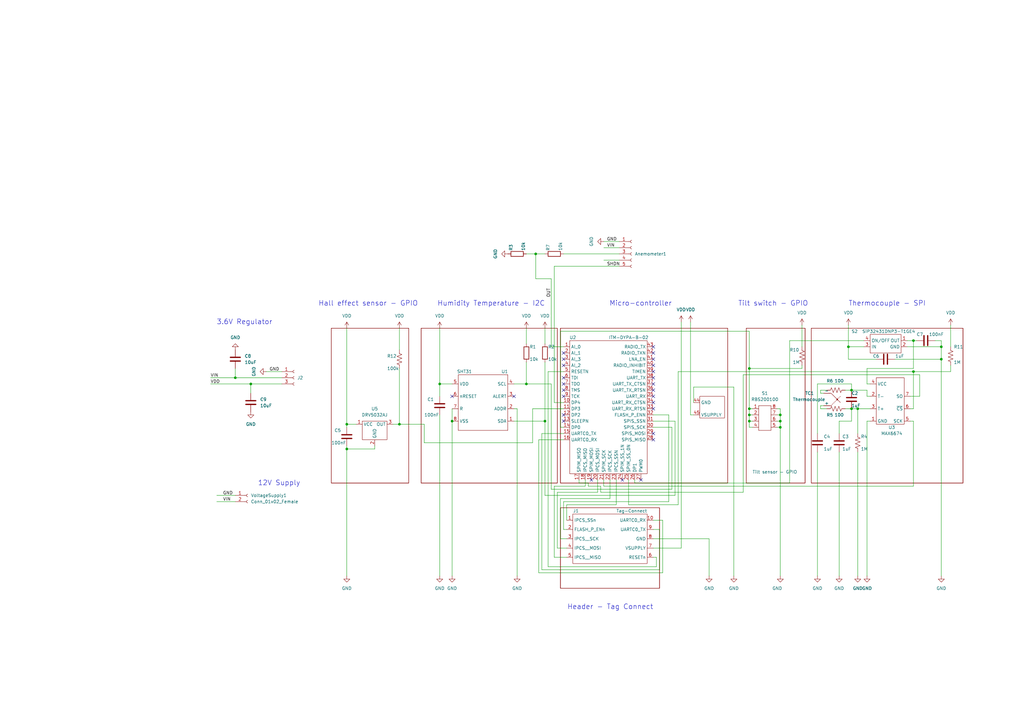
<source format=kicad_sch>
(kicad_sch (version 20211123) (generator eeschema)

  (uuid a5b3981a-8312-4b5b-a753-e25448a6fcbb)

  (paper "A3")

  (title_block
    (title "AIOT Pico")
    (date "2023-07-26")
    (rev "v1.2")
    (company "Inria Paris")
    (comment 1 "Fabrice Sivakumar")
  )

  (lib_symbols
    (symbol "Connector:Conn_01x02_Female" (pin_names (offset 1.016) hide) (in_bom yes) (on_board yes)
      (property "Reference" "J" (id 0) (at 0 2.54 0)
        (effects (font (size 1.27 1.27)))
      )
      (property "Value" "Conn_01x02_Female" (id 1) (at 0 -5.08 0)
        (effects (font (size 1.27 1.27)))
      )
      (property "Footprint" "" (id 2) (at 0 0 0)
        (effects (font (size 1.27 1.27)) hide)
      )
      (property "Datasheet" "~" (id 3) (at 0 0 0)
        (effects (font (size 1.27 1.27)) hide)
      )
      (property "ki_keywords" "connector" (id 4) (at 0 0 0)
        (effects (font (size 1.27 1.27)) hide)
      )
      (property "ki_description" "Generic connector, single row, 01x02, script generated (kicad-library-utils/schlib/autogen/connector/)" (id 5) (at 0 0 0)
        (effects (font (size 1.27 1.27)) hide)
      )
      (property "ki_fp_filters" "Connector*:*_1x??_*" (id 6) (at 0 0 0)
        (effects (font (size 1.27 1.27)) hide)
      )
      (symbol "Conn_01x02_Female_1_1"
        (arc (start 0 -2.032) (mid -0.508 -2.54) (end 0 -3.048)
          (stroke (width 0.1524) (type default) (color 0 0 0 0))
          (fill (type none))
        )
        (polyline
          (pts
            (xy -1.27 -2.54)
            (xy -0.508 -2.54)
          )
          (stroke (width 0.1524) (type default) (color 0 0 0 0))
          (fill (type none))
        )
        (polyline
          (pts
            (xy -1.27 0)
            (xy -0.508 0)
          )
          (stroke (width 0.1524) (type default) (color 0 0 0 0))
          (fill (type none))
        )
        (arc (start 0 0.508) (mid -0.508 0) (end 0 -0.508)
          (stroke (width 0.1524) (type default) (color 0 0 0 0))
          (fill (type none))
        )
        (pin passive line (at -5.08 0 0) (length 3.81)
          (name "Pin_1" (effects (font (size 1.27 1.27))))
          (number "1" (effects (font (size 1.27 1.27))))
        )
        (pin passive line (at -5.08 -2.54 0) (length 3.81)
          (name "Pin_2" (effects (font (size 1.27 1.27))))
          (number "2" (effects (font (size 1.27 1.27))))
        )
      )
    )
    (symbol "Connector:Conn_01x03_Female" (pin_names (offset 1.016) hide) (in_bom yes) (on_board yes)
      (property "Reference" "J" (id 0) (at 0 5.08 0)
        (effects (font (size 1.27 1.27)))
      )
      (property "Value" "Conn_01x03_Female" (id 1) (at 0 -5.08 0)
        (effects (font (size 1.27 1.27)))
      )
      (property "Footprint" "" (id 2) (at 0 0 0)
        (effects (font (size 1.27 1.27)) hide)
      )
      (property "Datasheet" "~" (id 3) (at 0 0 0)
        (effects (font (size 1.27 1.27)) hide)
      )
      (property "ki_keywords" "connector" (id 4) (at 0 0 0)
        (effects (font (size 1.27 1.27)) hide)
      )
      (property "ki_description" "Generic connector, single row, 01x03, script generated (kicad-library-utils/schlib/autogen/connector/)" (id 5) (at 0 0 0)
        (effects (font (size 1.27 1.27)) hide)
      )
      (property "ki_fp_filters" "Connector*:*_1x??_*" (id 6) (at 0 0 0)
        (effects (font (size 1.27 1.27)) hide)
      )
      (symbol "Conn_01x03_Female_1_1"
        (arc (start 0 -2.032) (mid -0.508 -2.54) (end 0 -3.048)
          (stroke (width 0.1524) (type default) (color 0 0 0 0))
          (fill (type none))
        )
        (polyline
          (pts
            (xy -1.27 -2.54)
            (xy -0.508 -2.54)
          )
          (stroke (width 0.1524) (type default) (color 0 0 0 0))
          (fill (type none))
        )
        (polyline
          (pts
            (xy -1.27 0)
            (xy -0.508 0)
          )
          (stroke (width 0.1524) (type default) (color 0 0 0 0))
          (fill (type none))
        )
        (polyline
          (pts
            (xy -1.27 2.54)
            (xy -0.508 2.54)
          )
          (stroke (width 0.1524) (type default) (color 0 0 0 0))
          (fill (type none))
        )
        (arc (start 0 0.508) (mid -0.508 0) (end 0 -0.508)
          (stroke (width 0.1524) (type default) (color 0 0 0 0))
          (fill (type none))
        )
        (arc (start 0 3.048) (mid -0.508 2.54) (end 0 2.032)
          (stroke (width 0.1524) (type default) (color 0 0 0 0))
          (fill (type none))
        )
        (pin passive line (at -5.08 2.54 0) (length 3.81)
          (name "Pin_1" (effects (font (size 1.27 1.27))))
          (number "1" (effects (font (size 1.27 1.27))))
        )
        (pin passive line (at -5.08 0 0) (length 3.81)
          (name "Pin_2" (effects (font (size 1.27 1.27))))
          (number "2" (effects (font (size 1.27 1.27))))
        )
        (pin passive line (at -5.08 -2.54 0) (length 3.81)
          (name "Pin_3" (effects (font (size 1.27 1.27))))
          (number "3" (effects (font (size 1.27 1.27))))
        )
      )
    )
    (symbol "Connector:Conn_01x05_Female" (pin_names (offset 1.016) hide) (in_bom yes) (on_board yes)
      (property "Reference" "J" (id 0) (at 0 7.62 0)
        (effects (font (size 1.27 1.27)))
      )
      (property "Value" "Conn_01x05_Female" (id 1) (at 0 -7.62 0)
        (effects (font (size 1.27 1.27)))
      )
      (property "Footprint" "" (id 2) (at 0 0 0)
        (effects (font (size 1.27 1.27)) hide)
      )
      (property "Datasheet" "~" (id 3) (at 0 0 0)
        (effects (font (size 1.27 1.27)) hide)
      )
      (property "ki_keywords" "connector" (id 4) (at 0 0 0)
        (effects (font (size 1.27 1.27)) hide)
      )
      (property "ki_description" "Generic connector, single row, 01x05, script generated (kicad-library-utils/schlib/autogen/connector/)" (id 5) (at 0 0 0)
        (effects (font (size 1.27 1.27)) hide)
      )
      (property "ki_fp_filters" "Connector*:*_1x??_*" (id 6) (at 0 0 0)
        (effects (font (size 1.27 1.27)) hide)
      )
      (symbol "Conn_01x05_Female_1_1"
        (arc (start 0 -4.572) (mid -0.508 -5.08) (end 0 -5.588)
          (stroke (width 0.1524) (type default) (color 0 0 0 0))
          (fill (type none))
        )
        (arc (start 0 -2.032) (mid -0.508 -2.54) (end 0 -3.048)
          (stroke (width 0.1524) (type default) (color 0 0 0 0))
          (fill (type none))
        )
        (polyline
          (pts
            (xy -1.27 -5.08)
            (xy -0.508 -5.08)
          )
          (stroke (width 0.1524) (type default) (color 0 0 0 0))
          (fill (type none))
        )
        (polyline
          (pts
            (xy -1.27 -2.54)
            (xy -0.508 -2.54)
          )
          (stroke (width 0.1524) (type default) (color 0 0 0 0))
          (fill (type none))
        )
        (polyline
          (pts
            (xy -1.27 0)
            (xy -0.508 0)
          )
          (stroke (width 0.1524) (type default) (color 0 0 0 0))
          (fill (type none))
        )
        (polyline
          (pts
            (xy -1.27 2.54)
            (xy -0.508 2.54)
          )
          (stroke (width 0.1524) (type default) (color 0 0 0 0))
          (fill (type none))
        )
        (polyline
          (pts
            (xy -1.27 5.08)
            (xy -0.508 5.08)
          )
          (stroke (width 0.1524) (type default) (color 0 0 0 0))
          (fill (type none))
        )
        (arc (start 0 0.508) (mid -0.508 0) (end 0 -0.508)
          (stroke (width 0.1524) (type default) (color 0 0 0 0))
          (fill (type none))
        )
        (arc (start 0 3.048) (mid -0.508 2.54) (end 0 2.032)
          (stroke (width 0.1524) (type default) (color 0 0 0 0))
          (fill (type none))
        )
        (arc (start 0 5.588) (mid -0.508 5.08) (end 0 4.572)
          (stroke (width 0.1524) (type default) (color 0 0 0 0))
          (fill (type none))
        )
        (pin passive line (at -5.08 5.08 0) (length 3.81)
          (name "Pin_1" (effects (font (size 1.27 1.27))))
          (number "1" (effects (font (size 1.27 1.27))))
        )
        (pin passive line (at -5.08 2.54 0) (length 3.81)
          (name "Pin_2" (effects (font (size 1.27 1.27))))
          (number "2" (effects (font (size 1.27 1.27))))
        )
        (pin passive line (at -5.08 0 0) (length 3.81)
          (name "Pin_3" (effects (font (size 1.27 1.27))))
          (number "3" (effects (font (size 1.27 1.27))))
        )
        (pin passive line (at -5.08 -2.54 0) (length 3.81)
          (name "Pin_4" (effects (font (size 1.27 1.27))))
          (number "4" (effects (font (size 1.27 1.27))))
        )
        (pin passive line (at -5.08 -5.08 0) (length 3.81)
          (name "Pin_5" (effects (font (size 1.27 1.27))))
          (number "5" (effects (font (size 1.27 1.27))))
        )
      )
    )
    (symbol "Device:C" (pin_numbers hide) (pin_names (offset 0.254)) (in_bom yes) (on_board yes)
      (property "Reference" "C" (id 0) (at 0.635 2.54 0)
        (effects (font (size 1.27 1.27)) (justify left))
      )
      (property "Value" "C" (id 1) (at 0.635 -2.54 0)
        (effects (font (size 1.27 1.27)) (justify left))
      )
      (property "Footprint" "" (id 2) (at 0.9652 -3.81 0)
        (effects (font (size 1.27 1.27)) hide)
      )
      (property "Datasheet" "~" (id 3) (at 0 0 0)
        (effects (font (size 1.27 1.27)) hide)
      )
      (property "ki_keywords" "cap capacitor" (id 4) (at 0 0 0)
        (effects (font (size 1.27 1.27)) hide)
      )
      (property "ki_description" "Unpolarized capacitor" (id 5) (at 0 0 0)
        (effects (font (size 1.27 1.27)) hide)
      )
      (property "ki_fp_filters" "C_*" (id 6) (at 0 0 0)
        (effects (font (size 1.27 1.27)) hide)
      )
      (symbol "C_0_1"
        (polyline
          (pts
            (xy -2.032 -0.762)
            (xy 2.032 -0.762)
          )
          (stroke (width 0.508) (type default) (color 0 0 0 0))
          (fill (type none))
        )
        (polyline
          (pts
            (xy -2.032 0.762)
            (xy 2.032 0.762)
          )
          (stroke (width 0.508) (type default) (color 0 0 0 0))
          (fill (type none))
        )
      )
      (symbol "C_1_1"
        (pin passive line (at 0 3.81 270) (length 2.794)
          (name "~" (effects (font (size 1.27 1.27))))
          (number "1" (effects (font (size 1.27 1.27))))
        )
        (pin passive line (at 0 -3.81 90) (length 2.794)
          (name "~" (effects (font (size 1.27 1.27))))
          (number "2" (effects (font (size 1.27 1.27))))
        )
      )
    )
    (symbol "Device:R" (pin_numbers hide) (pin_names (offset 0)) (in_bom yes) (on_board yes)
      (property "Reference" "R" (id 0) (at 2.032 0 90)
        (effects (font (size 1.27 1.27)))
      )
      (property "Value" "R" (id 1) (at 0 0 90)
        (effects (font (size 1.27 1.27)))
      )
      (property "Footprint" "" (id 2) (at -1.778 0 90)
        (effects (font (size 1.27 1.27)) hide)
      )
      (property "Datasheet" "~" (id 3) (at 0 0 0)
        (effects (font (size 1.27 1.27)) hide)
      )
      (property "ki_keywords" "R res resistor" (id 4) (at 0 0 0)
        (effects (font (size 1.27 1.27)) hide)
      )
      (property "ki_description" "Resistor" (id 5) (at 0 0 0)
        (effects (font (size 1.27 1.27)) hide)
      )
      (property "ki_fp_filters" "R_*" (id 6) (at 0 0 0)
        (effects (font (size 1.27 1.27)) hide)
      )
      (symbol "R_0_1"
        (rectangle (start -1.016 -2.54) (end 1.016 2.54)
          (stroke (width 0.254) (type default) (color 0 0 0 0))
          (fill (type none))
        )
      )
      (symbol "R_1_1"
        (pin passive line (at 0 3.81 270) (length 1.27)
          (name "~" (effects (font (size 1.27 1.27))))
          (number "1" (effects (font (size 1.27 1.27))))
        )
        (pin passive line (at 0 -3.81 90) (length 1.27)
          (name "~" (effects (font (size 1.27 1.27))))
          (number "2" (effects (font (size 1.27 1.27))))
        )
      )
    )
    (symbol "Device:R_US" (pin_numbers hide) (pin_names (offset 0)) (in_bom yes) (on_board yes)
      (property "Reference" "R" (id 0) (at 2.54 0 90)
        (effects (font (size 1.27 1.27)))
      )
      (property "Value" "R_US" (id 1) (at -2.54 0 90)
        (effects (font (size 1.27 1.27)))
      )
      (property "Footprint" "" (id 2) (at 1.016 -0.254 90)
        (effects (font (size 1.27 1.27)) hide)
      )
      (property "Datasheet" "~" (id 3) (at 0 0 0)
        (effects (font (size 1.27 1.27)) hide)
      )
      (property "ki_keywords" "R res resistor" (id 4) (at 0 0 0)
        (effects (font (size 1.27 1.27)) hide)
      )
      (property "ki_description" "Resistor, US symbol" (id 5) (at 0 0 0)
        (effects (font (size 1.27 1.27)) hide)
      )
      (property "ki_fp_filters" "R_*" (id 6) (at 0 0 0)
        (effects (font (size 1.27 1.27)) hide)
      )
      (symbol "R_US_0_1"
        (polyline
          (pts
            (xy 0 -2.286)
            (xy 0 -2.54)
          )
          (stroke (width 0) (type default) (color 0 0 0 0))
          (fill (type none))
        )
        (polyline
          (pts
            (xy 0 2.286)
            (xy 0 2.54)
          )
          (stroke (width 0) (type default) (color 0 0 0 0))
          (fill (type none))
        )
        (polyline
          (pts
            (xy 0 -0.762)
            (xy 1.016 -1.143)
            (xy 0 -1.524)
            (xy -1.016 -1.905)
            (xy 0 -2.286)
          )
          (stroke (width 0) (type default) (color 0 0 0 0))
          (fill (type none))
        )
        (polyline
          (pts
            (xy 0 0.762)
            (xy 1.016 0.381)
            (xy 0 0)
            (xy -1.016 -0.381)
            (xy 0 -0.762)
          )
          (stroke (width 0) (type default) (color 0 0 0 0))
          (fill (type none))
        )
        (polyline
          (pts
            (xy 0 2.286)
            (xy 1.016 1.905)
            (xy 0 1.524)
            (xy -1.016 1.143)
            (xy 0 0.762)
          )
          (stroke (width 0) (type default) (color 0 0 0 0))
          (fill (type none))
        )
      )
      (symbol "R_US_1_1"
        (pin passive line (at 0 3.81 270) (length 1.27)
          (name "~" (effects (font (size 1.27 1.27))))
          (number "1" (effects (font (size 1.27 1.27))))
        )
        (pin passive line (at 0 -3.81 90) (length 1.27)
          (name "~" (effects (font (size 1.27 1.27))))
          (number "2" (effects (font (size 1.27 1.27))))
        )
      )
    )
    (symbol "Device:Thermocouple" (pin_numbers hide) (pin_names (offset 0)) (in_bom yes) (on_board yes)
      (property "Reference" "TC" (id 0) (at -3.048 3.81 0)
        (effects (font (size 1.27 1.27)))
      )
      (property "Value" "Thermocouple" (id 1) (at -5.08 -4.064 0)
        (effects (font (size 1.27 1.27)) (justify left))
      )
      (property "Footprint" "" (id 2) (at -14.605 1.27 0)
        (effects (font (size 1.27 1.27)) hide)
      )
      (property "Datasheet" "~" (id 3) (at -14.605 1.27 0)
        (effects (font (size 1.27 1.27)) hide)
      )
      (property "ki_keywords" "thermocouple temperature sensor cold junction" (id 4) (at 0 0 0)
        (effects (font (size 1.27 1.27)) hide)
      )
      (property "ki_description" "Thermocouple" (id 5) (at 0 0 0)
        (effects (font (size 1.27 1.27)) hide)
      )
      (property "ki_fp_filters" "PIN?ARRAY* bornier* *Terminal?Block* Thermo*Couple*" (id 6) (at 0 0 0)
        (effects (font (size 1.27 1.27)) hide)
      )
      (symbol "Thermocouple_0_1"
        (circle (center -3.048 0) (radius 0.254)
          (stroke (width 0) (type default) (color 0 0 0 0))
          (fill (type outline))
        )
        (polyline
          (pts
            (xy -4.064 -1.016)
            (xy -4.318 -1.27)
          )
          (stroke (width 0) (type default) (color 0 0 0 0))
          (fill (type none))
        )
        (polyline
          (pts
            (xy -3.556 -0.508)
            (xy -3.81 -0.762)
          )
          (stroke (width 0) (type default) (color 0 0 0 0))
          (fill (type none))
        )
        (polyline
          (pts
            (xy -3.048 0)
            (xy -3.302 -0.254)
          )
          (stroke (width 0) (type default) (color 0 0 0 0))
          (fill (type none))
        )
        (polyline
          (pts
            (xy -2.54 0.508)
            (xy -2.794 0.254)
          )
          (stroke (width 0) (type default) (color 0 0 0 0))
          (fill (type none))
        )
        (polyline
          (pts
            (xy -2.032 1.016)
            (xy -2.286 0.762)
          )
          (stroke (width 0) (type default) (color 0 0 0 0))
          (fill (type none))
        )
        (polyline
          (pts
            (xy -1.524 1.524)
            (xy -1.778 1.27)
          )
          (stroke (width 0) (type default) (color 0 0 0 0))
          (fill (type none))
        )
        (polyline
          (pts
            (xy -1.016 2.032)
            (xy -1.27 1.778)
          )
          (stroke (width 0) (type default) (color 0 0 0 0))
          (fill (type none))
        )
        (polyline
          (pts
            (xy -0.508 2.54)
            (xy -0.762 2.286)
          )
          (stroke (width 0) (type default) (color 0 0 0 0))
          (fill (type none))
        )
        (polyline
          (pts
            (xy 0 -2.54)
            (xy -0.254 -2.54)
          )
          (stroke (width 0) (type default) (color 0 0 0 0))
          (fill (type none))
        )
        (polyline
          (pts
            (xy 0 2.54)
            (xy -0.508 2.54)
          )
          (stroke (width 0) (type default) (color 0 0 0 0))
          (fill (type none))
        )
        (polyline
          (pts
            (xy 0.254 -2.54)
            (xy -0.508 -2.54)
            (xy -4.318 1.27)
          )
          (stroke (width 0) (type default) (color 0 0 0 0))
          (fill (type none))
        )
      )
      (symbol "Thermocouple_1_1"
        (pin passive line (at 2.54 2.54 180) (length 2.54)
          (name "+" (effects (font (size 1.27 1.27))))
          (number "1" (effects (font (size 1.27 1.27))))
        )
        (pin passive line (at 2.54 -2.54 180) (length 2.54)
          (name "-" (effects (font (size 1.27 1.27))))
          (number "2" (effects (font (size 1.27 1.27))))
        )
      )
    )
    (symbol "aiot_symbol_lib:DRV5032AJ" (in_bom yes) (on_board yes)
      (property "Reference" "U" (id 0) (at 5.08 6.35 0)
        (effects (font (size 1.27 1.27)))
      )
      (property "Value" "DRV5032AJ" (id 1) (at -3.81 6.35 0)
        (effects (font (size 1.27 1.27)))
      )
      (property "Footprint" "" (id 2) (at 0 0 0)
        (effects (font (size 1.27 1.27)) hide)
      )
      (property "Datasheet" "" (id 3) (at 0 0 0)
        (effects (font (size 1.27 1.27)) hide)
      )
      (symbol "DRV5032AJ_0_1"
        (rectangle (start -5.08 3.81) (end 5.08 -3.81)
          (stroke (width 0) (type default) (color 0 0 0 0))
          (fill (type none))
        )
      )
      (symbol "DRV5032AJ_1_1"
        (pin input line (at -7.62 2.54 0) (length 2.54)
          (name "VCC" (effects (font (size 1.27 1.27))))
          (number "1" (effects (font (size 1.27 1.27))))
        )
        (pin input line (at 0 -6.35 90) (length 2.54)
          (name "GND" (effects (font (size 1.27 1.27))))
          (number "2" (effects (font (size 1.27 1.27))))
        )
        (pin input line (at 7.62 2.54 180) (length 2.54)
          (name "OUT" (effects (font (size 1.27 1.27))))
          (number "3" (effects (font (size 1.27 1.27))))
        )
      )
    )
    (symbol "aiot_symbol_lib:RBS200100" (in_bom yes) (on_board yes)
      (property "Reference" "S" (id 0) (at 6.35 7.62 0)
        (effects (font (size 1.27 1.27)))
      )
      (property "Value" "RBS200100" (id 1) (at -6.35 7.62 0)
        (effects (font (size 1.27 1.27)))
      )
      (property "Footprint" "" (id 2) (at 0 0 0)
        (effects (font (size 1.27 1.27)) hide)
      )
      (property "Datasheet" "" (id 3) (at 0 0 0)
        (effects (font (size 1.27 1.27)) hide)
      )
      (symbol "RBS200100_0_1"
        (rectangle (start -2.54 5.08) (end 2.54 -5.08)
          (stroke (width 0) (type default) (color 0 0 0 0))
          (fill (type none))
        )
      )
      (symbol "RBS200100_1_1"
        (pin input line (at -5.08 3.81 0) (length 2.54)
          (name "" (effects (font (size 1.27 1.27))))
          (number "1" (effects (font (size 1.27 1.27))))
        )
        (pin input line (at -5.08 1.27 0) (length 2.54)
          (name "" (effects (font (size 1.27 1.27))))
          (number "2" (effects (font (size 1.27 1.27))))
        )
        (pin input line (at -5.08 -1.27 0) (length 2.54)
          (name "" (effects (font (size 1.27 1.27))))
          (number "3" (effects (font (size 1.27 1.27))))
        )
        (pin input line (at -5.08 -3.81 0) (length 2.54)
          (name "" (effects (font (size 1.27 1.27))))
          (number "4" (effects (font (size 1.27 1.27))))
        )
        (pin input line (at 5.08 -3.81 180) (length 2.54)
          (name "" (effects (font (size 1.27 1.27))))
          (number "5" (effects (font (size 1.27 1.27))))
        )
        (pin input line (at 5.08 -1.27 180) (length 2.54)
          (name "" (effects (font (size 1.27 1.27))))
          (number "6" (effects (font (size 1.27 1.27))))
        )
        (pin input line (at 5.08 1.27 180) (length 2.54)
          (name "" (effects (font (size 1.27 1.27))))
          (number "7" (effects (font (size 1.27 1.27))))
        )
        (pin input line (at 5.08 3.81 180) (length 2.54)
          (name "" (effects (font (size 1.27 1.27))))
          (number "8" (effects (font (size 1.27 1.27))))
        )
      )
    )
    (symbol "heat_humidity_mesh_lib:ITM-DYPA-B-02" (in_bom yes) (on_board yes)
      (property "Reference" "U" (id 0) (at -15.24 29.21 0)
        (effects (font (size 1.27 1.27)))
      )
      (property "Value" "ITM-DYPA-B-02" (id 1) (at 24.13 -29.21 0)
        (effects (font (size 1.27 1.27)))
      )
      (property "Footprint" "" (id 2) (at 0 -15.24 0)
        (effects (font (size 1.27 1.27)) hide)
      )
      (property "Datasheet" "" (id 3) (at 0 -15.24 0)
        (effects (font (size 1.27 1.27)) hide)
      )
      (symbol "ITM-DYPA-B-02_0_1"
        (rectangle (start -16.51 27.94) (end 15.24 -26.67)
          (stroke (width 0) (type default) (color 0 0 0 0))
          (fill (type none))
        )
        (rectangle (start 36.83 5.08) (end 46.99 -3.81)
          (stroke (width 0) (type default) (color 0 0 0 0))
          (fill (type none))
        )
      )
      (symbol "ITM-DYPA-B-02_1_1"
        (pin input line (at -19.05 25.4 0) (length 2.54)
          (name "AI_0" (effects (font (size 1.27 1.27))))
          (number "1" (effects (font (size 1.27 1.27))))
        )
        (pin input line (at -19.05 2.54 0) (length 2.54)
          (name "DP4" (effects (font (size 1.27 1.27))))
          (number "10" (effects (font (size 1.27 1.27))))
        )
        (pin input line (at -19.05 0 0) (length 2.54)
          (name "DP3" (effects (font (size 1.27 1.27))))
          (number "11" (effects (font (size 1.27 1.27))))
        )
        (pin input line (at -19.05 -2.54 0) (length 2.54)
          (name "DP2" (effects (font (size 1.27 1.27))))
          (number "12" (effects (font (size 1.27 1.27))))
        )
        (pin input line (at -19.05 -5.08 0) (length 2.54)
          (name "SLEEPN" (effects (font (size 1.27 1.27))))
          (number "13" (effects (font (size 1.27 1.27))))
        )
        (pin input line (at -19.05 -7.62 0) (length 2.54)
          (name "DP0" (effects (font (size 1.27 1.27))))
          (number "14" (effects (font (size 1.27 1.27))))
        )
        (pin input line (at -19.05 -10.16 0) (length 2.54)
          (name "UARTC0_TX" (effects (font (size 1.27 1.27))))
          (number "15" (effects (font (size 1.27 1.27))))
        )
        (pin input line (at -19.05 -12.7 0) (length 2.54)
          (name "UARTC0_RX" (effects (font (size 1.27 1.27))))
          (number "16" (effects (font (size 1.27 1.27))))
        )
        (pin input line (at -12.7 -29.21 90) (length 2.54)
          (name "SPIM_MISO" (effects (font (size 1.27 1.27))))
          (number "17" (effects (font (size 1.27 1.27))))
        )
        (pin input line (at -10.16 -29.21 90) (length 2.54)
          (name "IPCS_MISO" (effects (font (size 1.27 1.27))))
          (number "18" (effects (font (size 1.27 1.27))))
        )
        (pin input line (at -7.62 -29.21 90) (length 2.54)
          (name "SPIM_MOSI" (effects (font (size 1.27 1.27))))
          (number "19" (effects (font (size 1.27 1.27))))
        )
        (pin input line (at -19.05 22.86 0) (length 2.54)
          (name "AI_1" (effects (font (size 1.27 1.27))))
          (number "2" (effects (font (size 1.27 1.27))))
        )
        (pin input line (at -5.08 -29.21 90) (length 2.54)
          (name "IPCS_MOSI" (effects (font (size 1.27 1.27))))
          (number "20" (effects (font (size 1.27 1.27))))
        )
        (pin input line (at -2.54 -29.21 90) (length 2.54)
          (name "SPIM_SCK" (effects (font (size 1.27 1.27))))
          (number "21" (effects (font (size 1.27 1.27))))
        )
        (pin input line (at 0 -29.21 90) (length 2.54)
          (name "IPCS_SCK" (effects (font (size 1.27 1.27))))
          (number "22" (effects (font (size 1.27 1.27))))
        )
        (pin input line (at 2.54 -29.21 90) (length 2.54)
          (name "IPCS_SSN" (effects (font (size 1.27 1.27))))
          (number "23" (effects (font (size 1.27 1.27))))
        )
        (pin input line (at 5.08 -29.21 90) (length 2.54)
          (name "SPIM_SS_1N" (effects (font (size 1.27 1.27))))
          (number "24" (effects (font (size 1.27 1.27))))
        )
        (pin input line (at 7.62 -29.21 90) (length 2.54)
          (name "SPIM_SS_0N" (effects (font (size 1.27 1.27))))
          (number "25" (effects (font (size 1.27 1.27))))
        )
        (pin input line (at 10.16 -29.21 90) (length 2.54)
          (name "DP1" (effects (font (size 1.27 1.27))))
          (number "26" (effects (font (size 1.27 1.27))))
        )
        (pin input line (at 12.7 -29.21 90) (length 2.54)
          (name "PWM0" (effects (font (size 1.27 1.27))))
          (number "27" (effects (font (size 1.27 1.27))))
        )
        (pin input line (at 17.78 -12.7 180) (length 2.54)
          (name "SPIS_MISO" (effects (font (size 1.27 1.27))))
          (number "28" (effects (font (size 1.27 1.27))))
        )
        (pin input line (at 17.78 -10.16 180) (length 2.54)
          (name "SPIS_MOSI" (effects (font (size 1.27 1.27))))
          (number "29" (effects (font (size 1.27 1.27))))
        )
        (pin input line (at -19.05 20.32 0) (length 2.54)
          (name "AI_3" (effects (font (size 1.27 1.27))))
          (number "3" (effects (font (size 1.27 1.27))))
        )
        (pin input line (at 17.78 -7.62 180) (length 2.54)
          (name "SPIS_SCK" (effects (font (size 1.27 1.27))))
          (number "30" (effects (font (size 1.27 1.27))))
        )
        (pin input line (at 17.78 -5.08 180) (length 2.54)
          (name "SPIS_SSN" (effects (font (size 1.27 1.27))))
          (number "31" (effects (font (size 1.27 1.27))))
        )
        (pin input line (at 17.78 -2.54 180) (length 2.54)
          (name "FLASH_P_ENN" (effects (font (size 1.27 1.27))))
          (number "32" (effects (font (size 1.27 1.27))))
        )
        (pin input line (at 17.78 0 180) (length 2.54)
          (name "UART_RX_RTSN" (effects (font (size 1.27 1.27))))
          (number "33" (effects (font (size 1.27 1.27))))
        )
        (pin input line (at 17.78 2.54 180) (length 2.54)
          (name "UART_RX_CTSN" (effects (font (size 1.27 1.27))))
          (number "34" (effects (font (size 1.27 1.27))))
        )
        (pin input line (at 17.78 5.08 180) (length 2.54)
          (name "UART_RX" (effects (font (size 1.27 1.27))))
          (number "35" (effects (font (size 1.27 1.27))))
        )
        (pin input line (at 17.78 7.62 180) (length 2.54)
          (name "UART_TX_RTSN" (effects (font (size 1.27 1.27))))
          (number "36" (effects (font (size 1.27 1.27))))
        )
        (pin input line (at 17.78 10.16 180) (length 2.54)
          (name "UART_TX_CTSN" (effects (font (size 1.27 1.27))))
          (number "37" (effects (font (size 1.27 1.27))))
        )
        (pin input line (at 17.78 12.7 180) (length 2.54)
          (name "UART_TX" (effects (font (size 1.27 1.27))))
          (number "38" (effects (font (size 1.27 1.27))))
        )
        (pin input line (at 17.78 15.24 180) (length 2.54)
          (name "TIMEN" (effects (font (size 1.27 1.27))))
          (number "39" (effects (font (size 1.27 1.27))))
        )
        (pin input line (at -19.05 17.78 0) (length 2.54)
          (name "AI_2" (effects (font (size 1.27 1.27))))
          (number "4" (effects (font (size 1.27 1.27))))
        )
        (pin input line (at 17.78 17.78 180) (length 2.54)
          (name "RADIO_INHIBIT" (effects (font (size 1.27 1.27))))
          (number "40" (effects (font (size 1.27 1.27))))
        )
        (pin input line (at 17.78 20.32 180) (length 2.54)
          (name "LNA_EN" (effects (font (size 1.27 1.27))))
          (number "41" (effects (font (size 1.27 1.27))))
        )
        (pin input line (at 17.78 22.86 180) (length 2.54)
          (name "RADIO_TXN" (effects (font (size 1.27 1.27))))
          (number "42" (effects (font (size 1.27 1.27))))
        )
        (pin input line (at 17.78 25.4 180) (length 2.54)
          (name "RADIO_TX" (effects (font (size 1.27 1.27))))
          (number "43" (effects (font (size 1.27 1.27))))
        )
        (pin input line (at 34.29 2.54 0) (length 2.54)
          (name "GND" (effects (font (size 1.27 1.27))))
          (number "44" (effects (font (size 1.27 1.27))))
        )
        (pin input line (at 34.29 -2.54 0) (length 2.54)
          (name "VSUPPLY" (effects (font (size 1.27 1.27))))
          (number "45" (effects (font (size 1.27 1.27))))
        )
        (pin input line (at -19.05 15.24 0) (length 2.54)
          (name "RESETN" (effects (font (size 1.27 1.27))))
          (number "5" (effects (font (size 1.27 1.27))))
        )
        (pin input line (at -19.05 12.7 0) (length 2.54)
          (name "TDI" (effects (font (size 1.27 1.27))))
          (number "6" (effects (font (size 1.27 1.27))))
        )
        (pin input line (at -19.05 10.16 0) (length 2.54)
          (name "TDO" (effects (font (size 1.27 1.27))))
          (number "7" (effects (font (size 1.27 1.27))))
        )
        (pin input line (at -19.05 7.62 0) (length 2.54)
          (name "TMS" (effects (font (size 1.27 1.27))))
          (number "8" (effects (font (size 1.27 1.27))))
        )
        (pin input line (at -19.05 5.08 0) (length 2.54)
          (name "TCK" (effects (font (size 1.27 1.27))))
          (number "9" (effects (font (size 1.27 1.27))))
        )
      )
    )
    (symbol "heat_humidity_mesh_lib:MAX6674" (in_bom yes) (on_board yes)
      (property "Reference" "U3" (id 0) (at 0 -10.16 0)
        (effects (font (size 1.27 1.27)))
      )
      (property "Value" "MAX6674" (id 1) (at 0 -12.7 0)
        (effects (font (size 1.27 1.27)))
      )
      (property "Footprint" "digikey-footprints:SOIC-7-8_W3.9mm" (id 2) (at -1.27 15.24 0)
        (effects (font (size 1.27 1.27)) hide)
      )
      (property "Datasheet" "" (id 3) (at 0 0 0)
        (effects (font (size 1.27 1.27)) hide)
      )
      (symbol "MAX6674_0_1"
        (rectangle (start -6.35 10.16) (end 5.08 -8.89)
          (stroke (width 0) (type default) (color 0 0 0 0))
          (fill (type none))
        )
      )
      (symbol "MAX6674_1_1"
        (pin input line (at -8.89 -7.62 0) (length 2.54)
          (name "GND" (effects (font (size 1.27 1.27))))
          (number "1" (effects (font (size 1.27 1.27))))
        )
        (pin input line (at -8.89 2.54 0) (length 2.54)
          (name "T-" (effects (font (size 1.27 1.27))))
          (number "2" (effects (font (size 1.27 1.27))))
        )
        (pin input line (at -8.89 -2.54 0) (length 2.54)
          (name "T+" (effects (font (size 1.27 1.27))))
          (number "3" (effects (font (size 1.27 1.27))))
        )
        (pin input line (at -8.89 7.62 0) (length 2.54)
          (name "VCC" (effects (font (size 1.27 1.27))))
          (number "4" (effects (font (size 1.27 1.27))))
        )
        (pin input line (at 7.62 -7.62 180) (length 2.54)
          (name "SCK" (effects (font (size 1.27 1.27))))
          (number "5" (effects (font (size 1.27 1.27))))
        )
        (pin input line (at 7.62 -2.54 180) (length 2.54)
          (name "~{CS}" (effects (font (size 1.27 1.27))))
          (number "6" (effects (font (size 1.27 1.27))))
        )
        (pin input line (at 7.62 2.54 180) (length 2.54)
          (name "SO" (effects (font (size 1.27 1.27))))
          (number "7" (effects (font (size 1.27 1.27))))
        )
      )
    )
    (symbol "heat_humidity_mesh_lib:SHT31" (in_bom yes) (on_board yes)
      (property "Reference" "U" (id 0) (at -8.89 12.7 0)
        (effects (font (size 1.27 1.27)))
      )
      (property "Value" "SHT31" (id 1) (at 7.62 -12.7 0)
        (effects (font (size 1.27 1.27)))
      )
      (property "Footprint" "" (id 2) (at 1.27 1.27 0)
        (effects (font (size 1.27 1.27)) hide)
      )
      (property "Datasheet" "" (id 3) (at 1.27 1.27 0)
        (effects (font (size 1.27 1.27)) hide)
      )
      (symbol "SHT31_0_1"
        (rectangle (start -10.16 11.43) (end 10.16 -11.43)
          (stroke (width 0) (type default) (color 0 0 0 0))
          (fill (type none))
        )
      )
      (symbol "SHT31_1_1"
        (pin input line (at -12.7 7.62 0) (length 2.54)
          (name "SDA" (effects (font (size 1.27 1.27))))
          (number "1" (effects (font (size 1.27 1.27))))
        )
        (pin input line (at -12.7 2.54 0) (length 2.54)
          (name "ADDR" (effects (font (size 1.27 1.27))))
          (number "2" (effects (font (size 1.27 1.27))))
        )
        (pin input line (at -12.7 -2.54 0) (length 2.54)
          (name "ALERT" (effects (font (size 1.27 1.27))))
          (number "3" (effects (font (size 1.27 1.27))))
        )
        (pin input line (at -12.7 -7.62 0) (length 2.54)
          (name "SCL" (effects (font (size 1.27 1.27))))
          (number "4" (effects (font (size 1.27 1.27))))
        )
        (pin input line (at 12.7 -7.62 180) (length 2.54)
          (name "VDD" (effects (font (size 1.27 1.27))))
          (number "5" (effects (font (size 1.27 1.27))))
        )
        (pin input line (at 12.7 -2.54 180) (length 2.54)
          (name "nRESET" (effects (font (size 1.27 1.27))))
          (number "6" (effects (font (size 1.27 1.27))))
        )
        (pin input line (at 12.7 2.54 180) (length 2.54)
          (name "R" (effects (font (size 1.27 1.27))))
          (number "7" (effects (font (size 1.27 1.27))))
        )
        (pin input line (at 12.7 7.62 180) (length 2.54)
          (name "VSS" (effects (font (size 1.27 1.27))))
          (number "8" (effects (font (size 1.27 1.27))))
        )
      )
    )
    (symbol "heat_humidity_mesh_lib:SiP32431DNP3-T1GE4" (in_bom yes) (on_board yes)
      (property "Reference" "S" (id 0) (at 12.7 7.62 0)
        (effects (font (size 1.27 1.27)))
      )
      (property "Value" "SiP32431DNP3-T1GE4" (id 1) (at -1.27 7.62 0)
        (effects (font (size 1.27 1.27)))
      )
      (property "Footprint" "" (id 2) (at 0 0 0)
        (effects (font (size 1.27 1.27)) hide)
      )
      (property "Datasheet" "" (id 3) (at 0 0 0)
        (effects (font (size 1.27 1.27)) hide)
      )
      (symbol "SiP32431DNP3-T1GE4_0_1"
        (rectangle (start -6.35 3.81) (end 6.35 -3.81)
          (stroke (width 0) (type default) (color 0 0 0 0))
          (fill (type none))
        )
      )
      (symbol "SiP32431DNP3-T1GE4_1_1"
        (pin input line (at 8.89 1.27 180) (length 2.54)
          (name "OUT" (effects (font (size 1.27 1.27))))
          (number "1" (effects (font (size 1.27 1.27))))
        )
        (pin input line (at 8.89 -1.27 180) (length 2.54)
          (name "GND" (effects (font (size 1.27 1.27))))
          (number "2" (effects (font (size 1.27 1.27))))
        )
        (pin input line (at -8.89 -1.27 0) (length 2.54)
          (name "IN" (effects (font (size 1.27 1.27))))
          (number "3" (effects (font (size 1.27 1.27))))
        )
        (pin input line (at -8.89 1.27 0) (length 2.54)
          (name "ON/OFF" (effects (font (size 1.27 1.27))))
          (number "4" (effects (font (size 1.27 1.27))))
        )
      )
    )
    (symbol "heat_humidity_mesh_lib:Tag-Connect" (in_bom yes) (on_board yes)
      (property "Reference" "U" (id 0) (at 0 11.43 0)
        (effects (font (size 1.27 1.27)))
      )
      (property "Value" "Tag-Connect" (id 1) (at 0 -12.7 0)
        (effects (font (size 1.27 1.27)))
      )
      (property "Footprint" "" (id 2) (at 0 0 90)
        (effects (font (size 1.27 1.27)) hide)
      )
      (property "Datasheet" "" (id 3) (at 0 0 90)
        (effects (font (size 1.27 1.27)) hide)
      )
      (symbol "Tag-Connect_0_1"
        (rectangle (start -15.24 -10.16) (end 15.24 10.16)
          (stroke (width 0) (type default) (color 0 0 0 0))
          (fill (type none))
        )
      )
      (symbol "Tag-Connect_1_1"
        (pin input line (at -17.78 7.62 0) (length 2.54)
          (name "IPCS_SSn" (effects (font (size 1.27 1.27))))
          (number "1" (effects (font (size 1.27 1.27))))
        )
        (pin input line (at 17.78 7.62 180) (length 2.54)
          (name "UARTC0_RX" (effects (font (size 1.27 1.27))))
          (number "10" (effects (font (size 1.27 1.27))))
        )
        (pin input line (at -17.78 3.81 0) (length 2.54)
          (name "FLASH_P_ENn" (effects (font (size 1.27 1.27))))
          (number "2" (effects (font (size 1.27 1.27))))
        )
        (pin input line (at -17.78 0 0) (length 2.54)
          (name "IPCS__SCK" (effects (font (size 1.27 1.27))))
          (number "3" (effects (font (size 1.27 1.27))))
        )
        (pin input line (at -17.78 -3.81 0) (length 2.54)
          (name "IPCS__MOSI" (effects (font (size 1.27 1.27))))
          (number "4" (effects (font (size 1.27 1.27))))
        )
        (pin input line (at -17.78 -7.62 0) (length 2.54)
          (name "IPCS__MISO" (effects (font (size 1.27 1.27))))
          (number "5" (effects (font (size 1.27 1.27))))
        )
        (pin input line (at 17.78 -7.62 180) (length 2.54)
          (name "RESETn" (effects (font (size 1.27 1.27))))
          (number "6" (effects (font (size 1.27 1.27))))
        )
        (pin input line (at 17.78 -3.81 180) (length 2.54)
          (name "VSUPPLY" (effects (font (size 1.27 1.27))))
          (number "7" (effects (font (size 1.27 1.27))))
        )
        (pin input line (at 17.78 0 180) (length 2.54)
          (name "GND" (effects (font (size 1.27 1.27))))
          (number "8" (effects (font (size 1.27 1.27))))
        )
        (pin input line (at 17.78 3.81 180) (length 2.54)
          (name "UARTC0_TX" (effects (font (size 1.27 1.27))))
          (number "9" (effects (font (size 1.27 1.27))))
        )
      )
    )
    (symbol "power:GND" (power) (pin_names (offset 0)) (in_bom yes) (on_board yes)
      (property "Reference" "#PWR" (id 0) (at 0 -6.35 0)
        (effects (font (size 1.27 1.27)) hide)
      )
      (property "Value" "GND" (id 1) (at 0 -3.81 0)
        (effects (font (size 1.27 1.27)))
      )
      (property "Footprint" "" (id 2) (at 0 0 0)
        (effects (font (size 1.27 1.27)) hide)
      )
      (property "Datasheet" "" (id 3) (at 0 0 0)
        (effects (font (size 1.27 1.27)) hide)
      )
      (property "ki_keywords" "power-flag" (id 4) (at 0 0 0)
        (effects (font (size 1.27 1.27)) hide)
      )
      (property "ki_description" "Power symbol creates a global label with name \"GND\" , ground" (id 5) (at 0 0 0)
        (effects (font (size 1.27 1.27)) hide)
      )
      (symbol "GND_0_1"
        (polyline
          (pts
            (xy 0 0)
            (xy 0 -1.27)
            (xy 1.27 -1.27)
            (xy 0 -2.54)
            (xy -1.27 -1.27)
            (xy 0 -1.27)
          )
          (stroke (width 0) (type default) (color 0 0 0 0))
          (fill (type none))
        )
      )
      (symbol "GND_1_1"
        (pin power_in line (at 0 0 270) (length 0) hide
          (name "GND" (effects (font (size 1.27 1.27))))
          (number "1" (effects (font (size 1.27 1.27))))
        )
      )
    )
    (symbol "power:VDD" (power) (pin_names (offset 0)) (in_bom yes) (on_board yes)
      (property "Reference" "#PWR" (id 0) (at 0 -3.81 0)
        (effects (font (size 1.27 1.27)) hide)
      )
      (property "Value" "VDD" (id 1) (at 0 3.81 0)
        (effects (font (size 1.27 1.27)))
      )
      (property "Footprint" "" (id 2) (at 0 0 0)
        (effects (font (size 1.27 1.27)) hide)
      )
      (property "Datasheet" "" (id 3) (at 0 0 0)
        (effects (font (size 1.27 1.27)) hide)
      )
      (property "ki_keywords" "power-flag" (id 4) (at 0 0 0)
        (effects (font (size 1.27 1.27)) hide)
      )
      (property "ki_description" "Power symbol creates a global label with name \"VDD\"" (id 5) (at 0 0 0)
        (effects (font (size 1.27 1.27)) hide)
      )
      (symbol "VDD_0_1"
        (polyline
          (pts
            (xy -0.762 1.27)
            (xy 0 2.54)
          )
          (stroke (width 0) (type default) (color 0 0 0 0))
          (fill (type none))
        )
        (polyline
          (pts
            (xy 0 0)
            (xy 0 2.54)
          )
          (stroke (width 0) (type default) (color 0 0 0 0))
          (fill (type none))
        )
        (polyline
          (pts
            (xy 0 2.54)
            (xy 0.762 1.27)
          )
          (stroke (width 0) (type default) (color 0 0 0 0))
          (fill (type none))
        )
      )
      (symbol "VDD_1_1"
        (pin power_in line (at 0 0 90) (length 0) hide
          (name "VDD" (effects (font (size 1.27 1.27))))
          (number "1" (effects (font (size 1.27 1.27))))
        )
      )
    )
  )

  (junction (at 307.34 151.13) (diameter 0) (color 0 0 0 0)
    (uuid 32488585-223a-40c2-a1d1-a036147d4d4c)
  )
  (junction (at 386.08 147.32) (diameter 0) (color 0 0 0 0)
    (uuid 32c42870-615b-48fb-8a0b-0aaca905d988)
  )
  (junction (at 307.34 172.72) (diameter 0) (color 0 0 0 0)
    (uuid 4fad054a-2505-41de-9a40-b732ac0fb4b0)
  )
  (junction (at 96.52 154.94) (diameter 0) (color 0 0 0 0)
    (uuid 5b6675a5-1a2a-4e72-90b1-0fede622b739)
  )
  (junction (at 320.04 172.72) (diameter 0) (color 0 0 0 0)
    (uuid 5d3b1520-4846-48a2-8f8d-69acf5d56f23)
  )
  (junction (at 374.65 152.4) (diameter 0) (color 0 0 0 0)
    (uuid 621dceec-13c3-45df-8b0f-0b72251c35d3)
  )
  (junction (at 307.34 170.18) (diameter 0) (color 0 0 0 0)
    (uuid 6598ca22-b6cf-4aae-8d21-9a76b6d92dca)
  )
  (junction (at 349.25 167.64) (diameter 0) (color 0 0 0 0)
    (uuid 70f0c0c3-f18c-4938-a783-b554c25312f1)
  )
  (junction (at 163.83 173.99) (diameter 0) (color 0 0 0 0)
    (uuid 76faa6f3-b2b2-4b9f-bdda-f913b0380faa)
  )
  (junction (at 142.24 173.99) (diameter 0) (color 0 0 0 0)
    (uuid 78c430ac-3200-42d6-a1b6-739717427cf7)
  )
  (junction (at 102.87 157.48) (diameter 0) (color 0 0 0 0)
    (uuid 7e8ad415-7f06-4302-8d00-f1ad569cd8f2)
  )
  (junction (at 307.34 167.64) (diameter 0) (color 0 0 0 0)
    (uuid 8eed701f-673b-4e13-ac9c-fd8d6cb1250a)
  )
  (junction (at 215.9 157.48) (diameter 0) (color 0 0 0 0)
    (uuid 995c4303-8a7d-4868-8f77-f2918d2749f8)
  )
  (junction (at 185.42 172.72) (diameter 0) (color 0 0 0 0)
    (uuid 9e2480a5-a282-4dd4-b3ad-495d5cfdc926)
  )
  (junction (at 142.24 184.15) (diameter 0) (color 0 0 0 0)
    (uuid a74ecf6f-2667-4a67-94f1-9693e1e4e020)
  )
  (junction (at 351.79 167.64) (diameter 0) (color 0 0 0 0)
    (uuid adb8369b-a69f-4a30-a26a-c45c7be04969)
  )
  (junction (at 219.71 104.14) (diameter 0) (color 0 0 0 0)
    (uuid c2de8d9a-fb03-48b7-8ce3-2bf46583e7b6)
  )
  (junction (at 349.25 160.02) (diameter 0) (color 0 0 0 0)
    (uuid ca6b6b27-b93e-4f45-92ff-fb37d8fca30a)
  )
  (junction (at 223.52 172.72) (diameter 0) (color 0 0 0 0)
    (uuid cb9e67f7-1a9c-4c1d-b1fd-54f32c699063)
  )
  (junction (at 320.04 175.26) (diameter 0) (color 0 0 0 0)
    (uuid d1be781e-8a8a-4c02-b77d-dfcb5f186aab)
  )
  (junction (at 180.34 157.48) (diameter 0) (color 0 0 0 0)
    (uuid d98b1b1a-d1b0-4cea-8d4a-79f68b749673)
  )
  (junction (at 320.04 170.18) (diameter 0) (color 0 0 0 0)
    (uuid ddd6050b-39e2-4e74-830b-64516b9d1bf2)
  )
  (junction (at 386.08 142.24) (diameter 0) (color 0 0 0 0)
    (uuid e885fe39-6db5-4be3-864d-e3236db94b39)
  )
  (junction (at 347.98 142.24) (diameter 0) (color 0 0 0 0)
    (uuid ea650ba3-6a8b-49f9-9677-52d41329e40a)
  )
  (junction (at 374.65 139.7) (diameter 0) (color 0 0 0 0)
    (uuid f2007d72-3a08-4fab-b6a1-3d0b0e0c9e9d)
  )

  (no_connect (at 185.42 162.56) (uuid 19660122-e95e-4fa6-bc06-89cb4ac62782))
  (no_connect (at 210.82 162.56) (uuid 19660122-e95e-4fa6-bc06-89cb4ac62783))
  (no_connect (at 231.14 144.78) (uuid a355cd23-0699-40a2-a456-49fb1b5b51d0))
  (no_connect (at 231.14 147.32) (uuid a355cd23-0699-40a2-a456-49fb1b5b51d1))
  (no_connect (at 231.14 162.56) (uuid a355cd23-0699-40a2-a456-49fb1b5b51d2))
  (no_connect (at 231.14 170.18) (uuid a355cd23-0699-40a2-a456-49fb1b5b51d4))
  (no_connect (at 231.14 172.72) (uuid a355cd23-0699-40a2-a456-49fb1b5b51d5))
  (no_connect (at 242.57 196.85) (uuid a355cd23-0699-40a2-a456-49fb1b5b51d6))
  (no_connect (at 255.27 196.85) (uuid a355cd23-0699-40a2-a456-49fb1b5b51d7))
  (no_connect (at 262.89 196.85) (uuid a355cd23-0699-40a2-a456-49fb1b5b51d8))
  (no_connect (at 267.97 180.34) (uuid a355cd23-0699-40a2-a456-49fb1b5b51d9))
  (no_connect (at 267.97 160.02) (uuid a355cd23-0699-40a2-a456-49fb1b5b51da))
  (no_connect (at 267.97 157.48) (uuid a355cd23-0699-40a2-a456-49fb1b5b51db))
  (no_connect (at 267.97 154.94) (uuid a355cd23-0699-40a2-a456-49fb1b5b51dc))
  (no_connect (at 267.97 152.4) (uuid a355cd23-0699-40a2-a456-49fb1b5b51dd))
  (no_connect (at 267.97 149.86) (uuid a355cd23-0699-40a2-a456-49fb1b5b51de))
  (no_connect (at 267.97 147.32) (uuid a355cd23-0699-40a2-a456-49fb1b5b51df))
  (no_connect (at 267.97 144.78) (uuid a355cd23-0699-40a2-a456-49fb1b5b51e0))
  (no_connect (at 267.97 142.24) (uuid a355cd23-0699-40a2-a456-49fb1b5b51e1))
  (no_connect (at 231.14 149.86) (uuid a355cd23-0699-40a2-a456-49fb1b5b51e2))
  (no_connect (at 231.14 154.94) (uuid a355cd23-0699-40a2-a456-49fb1b5b51e3))
  (no_connect (at 231.14 157.48) (uuid a355cd23-0699-40a2-a456-49fb1b5b51e4))
  (no_connect (at 231.14 160.02) (uuid a355cd23-0699-40a2-a456-49fb1b5b51e5))
  (no_connect (at 267.97 177.8) (uuid a355cd23-0699-40a2-a456-49fb1b5b51e6))
  (no_connect (at 267.97 167.64) (uuid a355cd23-0699-40a2-a456-49fb1b5b51e7))
  (no_connect (at 267.97 165.1) (uuid a355cd23-0699-40a2-a456-49fb1b5b51e8))
  (no_connect (at 267.97 162.56) (uuid a355cd23-0699-40a2-a456-49fb1b5b51e9))

  (wire (pts (xy 257.81 196.85) (xy 257.81 207.01))
    (stroke (width 0) (type default) (color 0 0 0 0))
    (uuid 02fde2f3-fbfa-4836-aa54-3a06329efc27)
  )
  (wire (pts (xy 247.65 101.6) (xy 254 101.6))
    (stroke (width 0) (type default) (color 0 0 0 0))
    (uuid 032d5933-75ce-4fd2-a638-010c021da0cc)
  )
  (wire (pts (xy 307.34 172.72) (xy 307.34 170.18))
    (stroke (width 0) (type default) (color 0 0 0 0))
    (uuid 068b569b-f893-40b2-8f66-18f95af450f7)
  )
  (wire (pts (xy 267.97 213.36) (xy 271.78 213.36))
    (stroke (width 0) (type default) (color 0 0 0 0))
    (uuid 06e38dfa-0a6c-43f5-a6cd-c5e6679abb73)
  )
  (wire (pts (xy 318.77 175.26) (xy 320.04 175.26))
    (stroke (width 0) (type default) (color 0 0 0 0))
    (uuid 07b5618b-3fa4-46db-b525-a086c9b4f63c)
  )
  (wire (pts (xy 320.04 167.64) (xy 320.04 170.18))
    (stroke (width 0) (type default) (color 0 0 0 0))
    (uuid 080d06cc-8ea4-407d-aa57-fe0e850eb946)
  )
  (wire (pts (xy 250.19 196.85) (xy 250.19 204.47))
    (stroke (width 0) (type default) (color 0 0 0 0))
    (uuid 08a406c8-a9f8-4e44-979e-9797bf2ff6c6)
  )
  (wire (pts (xy 274.32 170.18) (xy 267.97 170.18))
    (stroke (width 0) (type default) (color 0 0 0 0))
    (uuid 08d49622-1035-426c-b598-539548bf6884)
  )
  (wire (pts (xy 227.33 228.6) (xy 227.33 199.39))
    (stroke (width 0) (type default) (color 0 0 0 0))
    (uuid 0a931f6c-5623-422f-958b-1464fa7ddde0)
  )
  (wire (pts (xy 377.19 153.67) (xy 377.19 162.56))
    (stroke (width 0) (type default) (color 0 0 0 0))
    (uuid 0b565d74-d157-43af-b305-3a89ce2bcd37)
  )
  (wire (pts (xy 86.36 157.48) (xy 102.87 157.48))
    (stroke (width 0) (type default) (color 0 0 0 0))
    (uuid 0d51b371-4625-4d01-bf98-15195047a181)
  )
  (wire (pts (xy 241.3 198.12) (xy 237.49 198.12))
    (stroke (width 0) (type default) (color 0 0 0 0))
    (uuid 0f85f245-c2f6-45b4-9b8e-225a4e58cb1d)
  )
  (wire (pts (xy 228.6 224.79) (xy 228.6 201.93))
    (stroke (width 0) (type default) (color 0 0 0 0))
    (uuid 102c0b0f-7ea8-4ecd-b4d7-06a3f1954f67)
  )
  (wire (pts (xy 351.79 167.64) (xy 356.87 167.64))
    (stroke (width 0) (type default) (color 0 0 0 0))
    (uuid 107bc9e0-05cf-40cc-a81d-3a32adc10143)
  )
  (wire (pts (xy 247.65 99.06) (xy 254 99.06))
    (stroke (width 0) (type default) (color 0 0 0 0))
    (uuid 127515f6-bd92-430c-b7b0-462248ef5b1d)
  )
  (wire (pts (xy 260.35 198.12) (xy 260.35 196.85))
    (stroke (width 0) (type default) (color 0 0 0 0))
    (uuid 1934ba5f-73a3-4c29-9e7c-f1e463ce40cb)
  )
  (wire (pts (xy 328.93 149.86) (xy 328.93 151.13))
    (stroke (width 0) (type default) (color 0 0 0 0))
    (uuid 1ac929af-5aa9-46d9-a21a-8c242845f62d)
  )
  (wire (pts (xy 226.06 200.66) (xy 275.59 200.66))
    (stroke (width 0) (type default) (color 0 0 0 0))
    (uuid 1bad9fe8-25fe-49ca-bec6-3cd954d89528)
  )
  (wire (pts (xy 269.24 228.6) (xy 269.24 232.41))
    (stroke (width 0) (type default) (color 0 0 0 0))
    (uuid 1c7089f5-9d5e-4e54-91f5-af2d80f80dec)
  )
  (wire (pts (xy 307.34 151.13) (xy 307.34 167.64))
    (stroke (width 0) (type default) (color 0 0 0 0))
    (uuid 1e03bf46-2969-4e0c-80ff-73403a8a7f7e)
  )
  (wire (pts (xy 246.38 199.39) (xy 241.3 199.39))
    (stroke (width 0) (type default) (color 0 0 0 0))
    (uuid 1e303fad-3bb2-4f7e-b60b-3761c382383e)
  )
  (wire (pts (xy 241.3 199.39) (xy 241.3 198.12))
    (stroke (width 0) (type default) (color 0 0 0 0))
    (uuid 1ed144df-f75a-49b5-a639-ee3b26cd4bc2)
  )
  (wire (pts (xy 323.85 139.7) (xy 354.33 139.7))
    (stroke (width 0) (type default) (color 0 0 0 0))
    (uuid 1ff07702-1bbd-46d1-888a-3c203a6636e1)
  )
  (wire (pts (xy 96.52 151.13) (xy 96.52 154.94))
    (stroke (width 0) (type default) (color 0 0 0 0))
    (uuid 21631540-012e-436c-ae3e-d8810acff2f6)
  )
  (wire (pts (xy 215.9 148.59) (xy 215.9 157.48))
    (stroke (width 0) (type default) (color 0 0 0 0))
    (uuid 23808d9a-cef8-48d8-af56-d734474a56e6)
  )
  (wire (pts (xy 271.78 213.36) (xy 271.78 234.95))
    (stroke (width 0) (type default) (color 0 0 0 0))
    (uuid 23a31186-a1bb-42fa-9925-df50de4817b7)
  )
  (wire (pts (xy 386.08 139.7) (xy 386.08 142.24))
    (stroke (width 0) (type default) (color 0 0 0 0))
    (uuid 2569e7e0-71d8-47be-a419-a26b38159fb2)
  )
  (wire (pts (xy 318.77 170.18) (xy 320.04 170.18))
    (stroke (width 0) (type default) (color 0 0 0 0))
    (uuid 270362a3-8950-4f77-98e4-bac313381ddd)
  )
  (wire (pts (xy 260.35 198.12) (xy 323.85 198.12))
    (stroke (width 0) (type default) (color 0 0 0 0))
    (uuid 28abe002-46ec-4876-bdf1-e7dd593850d0)
  )
  (wire (pts (xy 267.97 220.98) (xy 290.83 220.98))
    (stroke (width 0) (type default) (color 0 0 0 0))
    (uuid 28b8b808-a823-40ba-8890-599f6ecc52ac)
  )
  (wire (pts (xy 220.98 180.34) (xy 231.14 180.34))
    (stroke (width 0) (type default) (color 0 0 0 0))
    (uuid 28d710d9-f5da-4bb3-83dc-763697132bd3)
  )
  (wire (pts (xy 328.93 133.35) (xy 328.93 142.24))
    (stroke (width 0) (type default) (color 0 0 0 0))
    (uuid 2953d10f-91c9-4ce0-8c18-5366d720aa47)
  )
  (wire (pts (xy 180.34 157.48) (xy 180.34 162.56))
    (stroke (width 0) (type default) (color 0 0 0 0))
    (uuid 2a043446-b594-46bd-95f7-946ae3461b73)
  )
  (wire (pts (xy 226.06 157.48) (xy 226.06 200.66))
    (stroke (width 0) (type default) (color 0 0 0 0))
    (uuid 3264cd9c-0183-44c6-b0c6-93cdd34f77ef)
  )
  (wire (pts (xy 102.87 161.29) (xy 102.87 157.48))
    (stroke (width 0) (type default) (color 0 0 0 0))
    (uuid 3310ae18-3097-4317-b4fc-4d2c6c46fadf)
  )
  (wire (pts (xy 227.33 199.39) (xy 240.03 199.39))
    (stroke (width 0) (type default) (color 0 0 0 0))
    (uuid 33be9570-036d-4898-8689-ef0c185b41e3)
  )
  (wire (pts (xy 226.06 142.24) (xy 231.14 142.24))
    (stroke (width 0) (type default) (color 0 0 0 0))
    (uuid 3771c836-35a1-48df-b68b-193667841a18)
  )
  (wire (pts (xy 224.79 232.41) (xy 224.79 152.4))
    (stroke (width 0) (type default) (color 0 0 0 0))
    (uuid 385247d0-46c9-4aeb-abb5-4dd7eb907c35)
  )
  (wire (pts (xy 210.82 157.48) (xy 215.9 157.48))
    (stroke (width 0) (type default) (color 0 0 0 0))
    (uuid 3927a7d2-ddd1-4a44-8816-0f5f84978bd8)
  )
  (wire (pts (xy 218.44 167.64) (xy 231.14 167.64))
    (stroke (width 0) (type default) (color 0 0 0 0))
    (uuid 39555953-0c1b-4d96-9126-d4ee91a58be9)
  )
  (wire (pts (xy 374.65 172.72) (xy 374.65 199.39))
    (stroke (width 0) (type default) (color 0 0 0 0))
    (uuid 3b2bdafb-4712-48b6-913c-b8ba31812df8)
  )
  (wire (pts (xy 163.83 173.99) (xy 161.29 173.99))
    (stroke (width 0) (type default) (color 0 0 0 0))
    (uuid 3df436f7-d33e-4002-ab58-08720c0ddf72)
  )
  (wire (pts (xy 142.24 184.15) (xy 153.67 184.15))
    (stroke (width 0) (type default) (color 0 0 0 0))
    (uuid 3efbb93d-3419-4e06-9ab9-92246950df0e)
  )
  (wire (pts (xy 219.71 114.3) (xy 226.06 114.3))
    (stroke (width 0) (type default) (color 0 0 0 0))
    (uuid 3f3fbce2-9a50-4006-8072-2a912807b3b9)
  )
  (wire (pts (xy 88.9 205.74) (xy 96.52 205.74))
    (stroke (width 0) (type default) (color 0 0 0 0))
    (uuid 42f37c1e-3514-47d5-ad03-2aed90edb0ef)
  )
  (wire (pts (xy 185.42 167.64) (xy 185.42 172.72))
    (stroke (width 0) (type default) (color 0 0 0 0))
    (uuid 43222f02-00c0-4758-add5-2e6926ebb0fc)
  )
  (wire (pts (xy 245.11 201.93) (xy 245.11 196.85))
    (stroke (width 0) (type default) (color 0 0 0 0))
    (uuid 4345ed97-db02-41bc-94d8-99c298b3f2b4)
  )
  (wire (pts (xy 344.17 172.72) (xy 349.25 172.72))
    (stroke (width 0) (type default) (color 0 0 0 0))
    (uuid 43550d61-d54c-43ed-8437-92ed8793836b)
  )
  (wire (pts (xy 227.33 165.1) (xy 227.33 109.22))
    (stroke (width 0) (type default) (color 0 0 0 0))
    (uuid 46f374ed-720d-4102-b8d5-eff28854d976)
  )
  (wire (pts (xy 276.86 172.72) (xy 267.97 172.72))
    (stroke (width 0) (type default) (color 0 0 0 0))
    (uuid 46ff0c46-1c7f-4892-95bb-6bf0b24163e7)
  )
  (wire (pts (xy 336.55 167.64) (xy 339.09 167.64))
    (stroke (width 0) (type default) (color 0 0 0 0))
    (uuid 4b32227a-00bf-4bb6-8dc9-cbf72f0de380)
  )
  (wire (pts (xy 180.34 170.18) (xy 180.34 236.22))
    (stroke (width 0) (type default) (color 0 0 0 0))
    (uuid 4b3d1b80-5285-4287-a070-c160156da805)
  )
  (wire (pts (xy 142.24 184.15) (xy 142.24 236.22))
    (stroke (width 0) (type default) (color 0 0 0 0))
    (uuid 4bd30903-2278-4fb2-955c-c7f5e7f57f26)
  )
  (wire (pts (xy 240.03 199.39) (xy 240.03 196.85))
    (stroke (width 0) (type default) (color 0 0 0 0))
    (uuid 4cd703f9-ca63-4fc1-9c8e-d7aec7186156)
  )
  (wire (pts (xy 223.52 148.59) (xy 223.52 172.72))
    (stroke (width 0) (type default) (color 0 0 0 0))
    (uuid 4d6af25e-11ed-4104-a6f6-fa7219982972)
  )
  (wire (pts (xy 231.14 205.74) (xy 274.32 205.74))
    (stroke (width 0) (type default) (color 0 0 0 0))
    (uuid 4de39711-6354-4126-813a-b64b07cd3bb5)
  )
  (wire (pts (xy 229.87 220.98) (xy 229.87 204.47))
    (stroke (width 0) (type default) (color 0 0 0 0))
    (uuid 4ea728f5-b0d4-467b-a7ad-4d1c16415cb8)
  )
  (wire (pts (xy 231.14 165.1) (xy 227.33 165.1))
    (stroke (width 0) (type default) (color 0 0 0 0))
    (uuid 4faf2b79-319d-4631-8143-19c6a9ac27e2)
  )
  (wire (pts (xy 355.6 172.72) (xy 356.87 172.72))
    (stroke (width 0) (type default) (color 0 0 0 0))
    (uuid 5001285b-1275-4cc5-805d-225ab6d3d6be)
  )
  (wire (pts (xy 275.59 175.26) (xy 267.97 175.26))
    (stroke (width 0) (type default) (color 0 0 0 0))
    (uuid 50465f2f-8e15-43cc-a56c-51dda77946f1)
  )
  (wire (pts (xy 163.83 151.13) (xy 163.83 173.99))
    (stroke (width 0) (type default) (color 0 0 0 0))
    (uuid 52ca0044-a7f1-4b83-9b07-0aa855f2a3a0)
  )
  (wire (pts (xy 335.28 177.8) (xy 335.28 157.48))
    (stroke (width 0) (type default) (color 0 0 0 0))
    (uuid 55691c37-1ac3-4a27-870a-664c4ec57fb1)
  )
  (wire (pts (xy 318.77 167.64) (xy 320.04 167.64))
    (stroke (width 0) (type default) (color 0 0 0 0))
    (uuid 557af19d-08b6-4986-897b-6ef69592c9ec)
  )
  (wire (pts (xy 232.41 228.6) (xy 227.33 228.6))
    (stroke (width 0) (type default) (color 0 0 0 0))
    (uuid 5589b3bd-5741-4e45-bd7c-237963227e96)
  )
  (wire (pts (xy 355.6 162.56) (xy 356.87 162.56))
    (stroke (width 0) (type default) (color 0 0 0 0))
    (uuid 56d4ecdc-073f-4b2c-9a18-f7f12ccc8c04)
  )
  (wire (pts (xy 335.28 157.48) (xy 349.25 157.48))
    (stroke (width 0) (type default) (color 0 0 0 0))
    (uuid 578560a1-6b73-4957-bfb3-35ff677f74b4)
  )
  (wire (pts (xy 229.87 135.89) (xy 307.34 135.89))
    (stroke (width 0) (type default) (color 0 0 0 0))
    (uuid 588918f2-acb3-4e34-be1e-679f1dadbdee)
  )
  (wire (pts (xy 163.83 134.62) (xy 163.83 143.51))
    (stroke (width 0) (type default) (color 0 0 0 0))
    (uuid 58fc1678-f88b-41d5-bf7f-b1e71c1b2454)
  )
  (wire (pts (xy 223.52 134.62) (xy 223.52 140.97))
    (stroke (width 0) (type default) (color 0 0 0 0))
    (uuid 5a771aa8-1007-4638-b0ed-95dbf88276b9)
  )
  (wire (pts (xy 180.34 134.62) (xy 180.34 157.48))
    (stroke (width 0) (type default) (color 0 0 0 0))
    (uuid 5c03c1d9-d8b4-4ea8-b0da-dd0de7a34585)
  )
  (wire (pts (xy 355.6 151.13) (xy 355.6 157.48))
    (stroke (width 0) (type default) (color 0 0 0 0))
    (uuid 5c84ea1c-6dd3-4c87-8082-e826565bb883)
  )
  (wire (pts (xy 267.97 228.6) (xy 269.24 228.6))
    (stroke (width 0) (type default) (color 0 0 0 0))
    (uuid 5df6a0c5-e129-44db-a4e6-43cd58434748)
  )
  (wire (pts (xy 307.34 135.89) (xy 307.34 151.13))
    (stroke (width 0) (type default) (color 0 0 0 0))
    (uuid 61505e50-bdda-4a72-865d-ea36381e6120)
  )
  (wire (pts (xy 146.05 173.99) (xy 142.24 173.99))
    (stroke (width 0) (type default) (color 0 0 0 0))
    (uuid 61634e48-619a-4fc7-bfdf-66d282d99b46)
  )
  (wire (pts (xy 231.14 217.17) (xy 231.14 205.74))
    (stroke (width 0) (type default) (color 0 0 0 0))
    (uuid 618f4d05-4869-4f97-b1a0-71f0380c1f08)
  )
  (wire (pts (xy 142.24 134.62) (xy 142.24 173.99))
    (stroke (width 0) (type default) (color 0 0 0 0))
    (uuid 635e1666-287a-4e23-a9ab-7c81df01eb47)
  )
  (wire (pts (xy 86.36 154.94) (xy 96.52 154.94))
    (stroke (width 0) (type default) (color 0 0 0 0))
    (uuid 67c5b338-3fcd-404d-a0d1-9ed6a6aec050)
  )
  (wire (pts (xy 229.87 135.89) (xy 229.87 175.26))
    (stroke (width 0) (type default) (color 0 0 0 0))
    (uuid 6c6d343a-a92e-44d9-9f61-67a8f5f0974a)
  )
  (wire (pts (xy 349.25 160.02) (xy 355.6 160.02))
    (stroke (width 0) (type default) (color 0 0 0 0))
    (uuid 7015995f-c2b7-4e40-95ee-8bbe6db436b2)
  )
  (wire (pts (xy 307.34 175.26) (xy 307.34 172.72))
    (stroke (width 0) (type default) (color 0 0 0 0))
    (uuid 7327bb88-63f9-4991-bf77-1802b56e003e)
  )
  (wire (pts (xy 336.55 160.02) (xy 336.55 161.29))
    (stroke (width 0) (type default) (color 0 0 0 0))
    (uuid 73910b84-ea89-4159-a02a-07d1c3190bb1)
  )
  (wire (pts (xy 173.99 173.99) (xy 163.83 173.99))
    (stroke (width 0) (type default) (color 0 0 0 0))
    (uuid 741c568b-33f8-4f2e-8ba7-766a419efee3)
  )
  (wire (pts (xy 247.65 196.85) (xy 247.65 199.39))
    (stroke (width 0) (type default) (color 0 0 0 0))
    (uuid 75d91d5d-9a35-423f-bca9-d7e40b937ab6)
  )
  (wire (pts (xy 232.41 217.17) (xy 231.14 217.17))
    (stroke (width 0) (type default) (color 0 0 0 0))
    (uuid 76a9ab7f-c50e-4ba8-89b0-00b96f9493dc)
  )
  (wire (pts (xy 374.65 152.4) (xy 389.89 152.4))
    (stroke (width 0) (type default) (color 0 0 0 0))
    (uuid 77341a2c-64c7-4b6e-93e3-996fbe2ec1e2)
  )
  (wire (pts (xy 276.86 203.2) (xy 276.86 172.72))
    (stroke (width 0) (type default) (color 0 0 0 0))
    (uuid 788b6ca1-9cce-4b3a-9914-87bd273839b6)
  )
  (wire (pts (xy 344.17 185.42) (xy 344.17 236.22))
    (stroke (width 0) (type default) (color 0 0 0 0))
    (uuid 788e6fdc-2e3f-4810-b4b1-af94474719fb)
  )
  (wire (pts (xy 283.21 132.08) (xy 283.21 170.18))
    (stroke (width 0) (type default) (color 0 0 0 0))
    (uuid 7a8d8b32-55e4-44b9-bdf8-beb9b60d91d2)
  )
  (wire (pts (xy 389.89 152.4) (xy 389.89 149.86))
    (stroke (width 0) (type default) (color 0 0 0 0))
    (uuid 7a9f7720-9561-4187-b742-dbed04ac6637)
  )
  (wire (pts (xy 304.8 153.67) (xy 377.19 153.67))
    (stroke (width 0) (type default) (color 0 0 0 0))
    (uuid 7cdecb0b-5d0c-4a66-b6a0-717b484d5676)
  )
  (wire (pts (xy 320.04 172.72) (xy 320.04 175.26))
    (stroke (width 0) (type default) (color 0 0 0 0))
    (uuid 7d637fa6-85ea-4505-a399-87ca530fa22e)
  )
  (wire (pts (xy 346.71 160.02) (xy 349.25 160.02))
    (stroke (width 0) (type default) (color 0 0 0 0))
    (uuid 80c5dfc7-9b17-46ae-aa6d-465eaff69a52)
  )
  (wire (pts (xy 109.22 152.4) (xy 115.57 152.4))
    (stroke (width 0) (type default) (color 0 0 0 0))
    (uuid 830020fd-45f4-4166-a7c6-c0554461568a)
  )
  (wire (pts (xy 222.25 177.8) (xy 231.14 177.8))
    (stroke (width 0) (type default) (color 0 0 0 0))
    (uuid 8342570f-63c8-441c-af7d-e794f23092a1)
  )
  (wire (pts (xy 180.34 157.48) (xy 185.42 157.48))
    (stroke (width 0) (type default) (color 0 0 0 0))
    (uuid 84c78b22-6e9a-4fe3-823c-088288c134c7)
  )
  (wire (pts (xy 355.6 172.72) (xy 355.6 236.22))
    (stroke (width 0) (type default) (color 0 0 0 0))
    (uuid 85af41ad-ccef-4d90-b92c-c9836237ecea)
  )
  (wire (pts (xy 224.79 152.4) (xy 231.14 152.4))
    (stroke (width 0) (type default) (color 0 0 0 0))
    (uuid 86d98288-34b3-4f24-aa5d-1e2c3187a1fd)
  )
  (wire (pts (xy 278.13 152.4) (xy 374.65 152.4))
    (stroke (width 0) (type default) (color 0 0 0 0))
    (uuid 87fc9410-4241-42ad-8c1d-96f1d0ebb2b1)
  )
  (wire (pts (xy 278.13 207.01) (xy 257.81 207.01))
    (stroke (width 0) (type default) (color 0 0 0 0))
    (uuid 8810aa59-081f-4e75-8d29-79642db20172)
  )
  (wire (pts (xy 271.78 234.95) (xy 220.98 234.95))
    (stroke (width 0) (type default) (color 0 0 0 0))
    (uuid 8a33485b-9079-49bb-b191-734b21f0519c)
  )
  (wire (pts (xy 215.9 157.48) (xy 226.06 157.48))
    (stroke (width 0) (type default) (color 0 0 0 0))
    (uuid 8af3d574-1ec9-4993-bea2-8949295b6973)
  )
  (wire (pts (xy 308.61 175.26) (xy 307.34 175.26))
    (stroke (width 0) (type default) (color 0 0 0 0))
    (uuid 8b7b56ca-46e7-4963-a039-2e71352ebf4c)
  )
  (wire (pts (xy 215.9 104.14) (xy 219.71 104.14))
    (stroke (width 0) (type default) (color 0 0 0 0))
    (uuid 8c13870c-76dd-4dab-8244-501f72f37893)
  )
  (wire (pts (xy 278.13 152.4) (xy 278.13 207.01))
    (stroke (width 0) (type default) (color 0 0 0 0))
    (uuid 8ccfab94-cc21-4a4c-b60d-b2c33cd4aa8d)
  )
  (wire (pts (xy 336.55 166.37) (xy 336.55 167.64))
    (stroke (width 0) (type default) (color 0 0 0 0))
    (uuid 8eb91370-bce8-4cc9-939c-606697f62fc3)
  )
  (wire (pts (xy 344.17 177.8) (xy 344.17 172.72))
    (stroke (width 0) (type default) (color 0 0 0 0))
    (uuid 903d76f4-23f4-4e07-9fa2-67cf517c435c)
  )
  (wire (pts (xy 349.25 172.72) (xy 349.25 167.64))
    (stroke (width 0) (type default) (color 0 0 0 0))
    (uuid 905aec51-ae00-4015-ae23-771d44b9670f)
  )
  (wire (pts (xy 307.34 167.64) (xy 307.34 170.18))
    (stroke (width 0) (type default) (color 0 0 0 0))
    (uuid 90e29598-2246-4a35-b214-366dc6c1121e)
  )
  (wire (pts (xy 355.6 157.48) (xy 356.87 157.48))
    (stroke (width 0) (type default) (color 0 0 0 0))
    (uuid 91e0d617-cfb4-4927-9e01-3d5c2ae448ab)
  )
  (wire (pts (xy 347.98 142.24) (xy 354.33 142.24))
    (stroke (width 0) (type default) (color 0 0 0 0))
    (uuid 920fb4de-fde8-4aeb-9fc3-9f33d5e8023d)
  )
  (wire (pts (xy 307.34 167.64) (xy 308.61 167.64))
    (stroke (width 0) (type default) (color 0 0 0 0))
    (uuid 932b386a-5db0-4577-90a4-eb9d7e02c775)
  )
  (wire (pts (xy 386.08 139.7) (xy 383.54 139.7))
    (stroke (width 0) (type default) (color 0 0 0 0))
    (uuid 93d80040-ef84-421f-bfe5-b70c610edc74)
  )
  (wire (pts (xy 220.98 234.95) (xy 220.98 180.34))
    (stroke (width 0) (type default) (color 0 0 0 0))
    (uuid 94813230-f7a9-4ca7-b6e6-32f936ea2e26)
  )
  (wire (pts (xy 374.65 172.72) (xy 373.38 172.72))
    (stroke (width 0) (type default) (color 0 0 0 0))
    (uuid 957ba371-8111-4eb6-90de-b3ff08c4dd06)
  )
  (wire (pts (xy 386.08 142.24) (xy 386.08 147.32))
    (stroke (width 0) (type default) (color 0 0 0 0))
    (uuid 959d4c51-81ab-4ea7-a33b-ffba33888145)
  )
  (wire (pts (xy 308.61 170.18) (xy 307.34 170.18))
    (stroke (width 0) (type default) (color 0 0 0 0))
    (uuid 997de0d4-9f67-42ef-b478-97ef4461b239)
  )
  (wire (pts (xy 304.8 153.67) (xy 304.8 201.93))
    (stroke (width 0) (type default) (color 0 0 0 0))
    (uuid 9ab4e1c7-5af7-4878-8adf-8a778c0f6eb0)
  )
  (wire (pts (xy 252.73 207.01) (xy 252.73 196.85))
    (stroke (width 0) (type default) (color 0 0 0 0))
    (uuid 9d0bc2fd-982e-4bf2-ab5e-f7ba7410a0c2)
  )
  (wire (pts (xy 267.97 224.79) (xy 279.4 224.79))
    (stroke (width 0) (type default) (color 0 0 0 0))
    (uuid 9d63ff0a-60c0-482d-9db9-9dd59e55eade)
  )
  (wire (pts (xy 346.71 167.64) (xy 349.25 167.64))
    (stroke (width 0) (type default) (color 0 0 0 0))
    (uuid 9d8cd5b9-fd45-43c3-ab29-342087863bb6)
  )
  (wire (pts (xy 359.41 147.32) (xy 347.98 147.32))
    (stroke (width 0) (type default) (color 0 0 0 0))
    (uuid 9e85243a-86c8-4ce7-bcb3-b6ed4574f9c0)
  )
  (wire (pts (xy 279.4 224.79) (xy 279.4 132.08))
    (stroke (width 0) (type default) (color 0 0 0 0))
    (uuid 9ef33df4-975f-4699-8a25-9eb5675354fa)
  )
  (wire (pts (xy 218.44 167.64) (xy 218.44 181.61))
    (stroke (width 0) (type default) (color 0 0 0 0))
    (uuid 9f3acd32-6c4a-4751-9218-b23a28c247d0)
  )
  (wire (pts (xy 96.52 154.94) (xy 115.57 154.94))
    (stroke (width 0) (type default) (color 0 0 0 0))
    (uuid a27bbbb5-bf4e-4e85-9810-15ab0bc6c737)
  )
  (wire (pts (xy 269.24 232.41) (xy 224.79 232.41))
    (stroke (width 0) (type default) (color 0 0 0 0))
    (uuid a38dd1fd-ebdc-4248-98e8-f5987955ecc3)
  )
  (wire (pts (xy 102.87 157.48) (xy 115.57 157.48))
    (stroke (width 0) (type default) (color 0 0 0 0))
    (uuid a949d04b-d387-46ce-8450-a1d22c1620de)
  )
  (wire (pts (xy 229.87 175.26) (xy 231.14 175.26))
    (stroke (width 0) (type default) (color 0 0 0 0))
    (uuid a9668e2b-7f10-4f0c-beef-28226494e6e7)
  )
  (wire (pts (xy 372.11 142.24) (xy 386.08 142.24))
    (stroke (width 0) (type default) (color 0 0 0 0))
    (uuid ab8a1647-50d3-40d7-9654-4b12a25b9784)
  )
  (wire (pts (xy 267.97 217.17) (xy 270.51 217.17))
    (stroke (width 0) (type default) (color 0 0 0 0))
    (uuid ac95c01e-61e7-4cda-a077-a9ec74a6204d)
  )
  (wire (pts (xy 210.82 167.64) (xy 212.09 167.64))
    (stroke (width 0) (type default) (color 0 0 0 0))
    (uuid acbfc820-a70d-4177-af81-1b58435346a7)
  )
  (wire (pts (xy 270.51 217.17) (xy 270.51 233.68))
    (stroke (width 0) (type default) (color 0 0 0 0))
    (uuid afc5a704-3913-40cb-a171-96d7b8a8b52d)
  )
  (wire (pts (xy 355.6 151.13) (xy 374.65 151.13))
    (stroke (width 0) (type default) (color 0 0 0 0))
    (uuid b0e3c39e-fd10-4070-a658-5201f1cffaa2)
  )
  (wire (pts (xy 247.65 106.68) (xy 254 106.68))
    (stroke (width 0) (type default) (color 0 0 0 0))
    (uuid b1ffb7ae-e082-4e9e-90ed-ae2f6aef3d59)
  )
  (wire (pts (xy 226.06 114.3) (xy 226.06 142.24))
    (stroke (width 0) (type default) (color 0 0 0 0))
    (uuid b22f99e4-ade6-447f-905f-4db595ea5096)
  )
  (wire (pts (xy 347.98 133.35) (xy 347.98 142.24))
    (stroke (width 0) (type default) (color 0 0 0 0))
    (uuid b2584a21-aa11-4d0b-b4f3-8584c3bc3b5f)
  )
  (wire (pts (xy 320.04 170.18) (xy 320.04 172.72))
    (stroke (width 0) (type default) (color 0 0 0 0))
    (uuid b344ef60-d81b-475a-bccd-eb65bb4e4254)
  )
  (wire (pts (xy 386.08 147.32) (xy 386.08 236.22))
    (stroke (width 0) (type default) (color 0 0 0 0))
    (uuid b34b1623-b757-4b4c-bd10-1d60036a7c2b)
  )
  (wire (pts (xy 336.55 166.37) (xy 337.82 166.37))
    (stroke (width 0) (type default) (color 0 0 0 0))
    (uuid b34cff2e-78c2-49a6-9001-30a5ac33b0bb)
  )
  (wire (pts (xy 374.65 139.7) (xy 375.92 139.7))
    (stroke (width 0) (type default) (color 0 0 0 0))
    (uuid b35bbfc3-dd89-42a2-b69b-ed5663cfe6cb)
  )
  (wire (pts (xy 374.65 139.7) (xy 374.65 151.13))
    (stroke (width 0) (type default) (color 0 0 0 0))
    (uuid b5843fbe-f1bd-4a39-8de8-0c86f04511b1)
  )
  (wire (pts (xy 336.55 160.02) (xy 339.09 160.02))
    (stroke (width 0) (type default) (color 0 0 0 0))
    (uuid b63049d4-e054-4c57-ae0a-8dee865002eb)
  )
  (wire (pts (xy 173.99 181.61) (xy 173.99 173.99))
    (stroke (width 0) (type default) (color 0 0 0 0))
    (uuid b8043476-66e8-4c61-ba60-ab1d151ebe96)
  )
  (wire (pts (xy 231.14 104.14) (xy 254 104.14))
    (stroke (width 0) (type default) (color 0 0 0 0))
    (uuid bb481bb7-ea9d-400a-846a-4b8021d498b7)
  )
  (wire (pts (xy 210.82 172.72) (xy 223.52 172.72))
    (stroke (width 0) (type default) (color 0 0 0 0))
    (uuid bc062d81-6b6a-42ca-93aa-2742e68255d2)
  )
  (wire (pts (xy 227.33 109.22) (xy 254 109.22))
    (stroke (width 0) (type default) (color 0 0 0 0))
    (uuid bee17960-6737-4901-8bc3-53ce327ba555)
  )
  (wire (pts (xy 275.59 200.66) (xy 275.59 175.26))
    (stroke (width 0) (type default) (color 0 0 0 0))
    (uuid c4dc9214-fecf-4f82-9241-0e168cc2d4ed)
  )
  (wire (pts (xy 284.48 158.75) (xy 300.99 158.75))
    (stroke (width 0) (type default) (color 0 0 0 0))
    (uuid c57b70e5-5bcf-4bff-8eeb-76f56debf3e3)
  )
  (wire (pts (xy 232.41 207.01) (xy 252.73 207.01))
    (stroke (width 0) (type default) (color 0 0 0 0))
    (uuid c733d15e-9d4a-4019-9aa5-685b5c0b6c7e)
  )
  (wire (pts (xy 274.32 205.74) (xy 274.32 170.18))
    (stroke (width 0) (type default) (color 0 0 0 0))
    (uuid c7c1bca6-660a-49ea-91d7-10797ebd285f)
  )
  (wire (pts (xy 228.6 201.93) (xy 245.11 201.93))
    (stroke (width 0) (type default) (color 0 0 0 0))
    (uuid c91b6b0f-757e-456b-af4f-a0946d5eac41)
  )
  (wire (pts (xy 320.04 175.26) (xy 320.04 236.22))
    (stroke (width 0) (type default) (color 0 0 0 0))
    (uuid c96b8196-ffad-4c2f-88ff-3caaa90df690)
  )
  (wire (pts (xy 336.55 161.29) (xy 337.82 161.29))
    (stroke (width 0) (type default) (color 0 0 0 0))
    (uuid c98e2383-fe10-492f-b75d-4be13fdba13d)
  )
  (wire (pts (xy 232.41 220.98) (xy 229.87 220.98))
    (stroke (width 0) (type default) (color 0 0 0 0))
    (uuid cc486570-4f88-4888-a523-a130099cdaa1)
  )
  (wire (pts (xy 142.24 173.99) (xy 142.24 175.26))
    (stroke (width 0) (type default) (color 0 0 0 0))
    (uuid cc8c9d97-7b61-4a3b-ad22-c03bce20f73b)
  )
  (wire (pts (xy 300.99 158.75) (xy 300.99 236.22))
    (stroke (width 0) (type default) (color 0 0 0 0))
    (uuid cc99c519-4055-40dd-97ba-58aff00b4813)
  )
  (wire (pts (xy 335.28 185.42) (xy 335.28 236.22))
    (stroke (width 0) (type default) (color 0 0 0 0))
    (uuid cda6098c-9c17-4b5e-8248-185bfc6a8859)
  )
  (wire (pts (xy 367.03 147.32) (xy 386.08 147.32))
    (stroke (width 0) (type default) (color 0 0 0 0))
    (uuid cf43d2ad-dcbd-445a-a646-1fd9a722c52b)
  )
  (wire (pts (xy 351.79 167.64) (xy 351.79 177.8))
    (stroke (width 0) (type default) (color 0 0 0 0))
    (uuid cf476869-8046-4b0a-9318-6b934f8896e2)
  )
  (wire (pts (xy 323.85 139.7) (xy 323.85 198.12))
    (stroke (width 0) (type default) (color 0 0 0 0))
    (uuid d145434f-b51b-474e-aed5-329774c77b95)
  )
  (wire (pts (xy 373.38 162.56) (xy 377.19 162.56))
    (stroke (width 0) (type default) (color 0 0 0 0))
    (uuid d173b432-9eae-4044-b3ad-db70e03e94c9)
  )
  (wire (pts (xy 212.09 167.64) (xy 212.09 236.22))
    (stroke (width 0) (type default) (color 0 0 0 0))
    (uuid d29a1c46-641b-4caa-81a8-c9ee59efac53)
  )
  (wire (pts (xy 374.65 152.4) (xy 374.65 167.64))
    (stroke (width 0) (type default) (color 0 0 0 0))
    (uuid d33185ea-41e3-4e7e-b0d8-c40bbb56eb43)
  )
  (wire (pts (xy 232.41 213.36) (xy 232.41 207.01))
    (stroke (width 0) (type default) (color 0 0 0 0))
    (uuid d3b9cb3a-6181-489c-b9d8-16a49c943815)
  )
  (wire (pts (xy 215.9 134.62) (xy 215.9 140.97))
    (stroke (width 0) (type default) (color 0 0 0 0))
    (uuid d713271b-59a9-4031-8db6-4d5a6b5ed3ac)
  )
  (wire (pts (xy 270.51 233.68) (xy 222.25 233.68))
    (stroke (width 0) (type default) (color 0 0 0 0))
    (uuid d87652da-cf75-4e4d-b2cb-8cd263927a68)
  )
  (wire (pts (xy 284.48 170.18) (xy 283.21 170.18))
    (stroke (width 0) (type default) (color 0 0 0 0))
    (uuid dbcb576d-13dc-47ff-bdb3-bdc0d82622b6)
  )
  (wire (pts (xy 88.9 203.2) (xy 96.52 203.2))
    (stroke (width 0) (type default) (color 0 0 0 0))
    (uuid dbed3f5e-e3c5-4bbe-a94c-65623fae09c6)
  )
  (wire (pts (xy 247.65 199.39) (xy 374.65 199.39))
    (stroke (width 0) (type default) (color 0 0 0 0))
    (uuid dc4019d4-8b21-479e-a088-562ff6ff8ece)
  )
  (wire (pts (xy 290.83 236.22) (xy 290.83 220.98))
    (stroke (width 0) (type default) (color 0 0 0 0))
    (uuid deb031e1-50b4-478b-b68c-f8dd62da3ad4)
  )
  (wire (pts (xy 347.98 147.32) (xy 347.98 142.24))
    (stroke (width 0) (type default) (color 0 0 0 0))
    (uuid e18dc2da-7fd2-42d3-a948-d74d0ba2a061)
  )
  (wire (pts (xy 237.49 198.12) (xy 237.49 196.85))
    (stroke (width 0) (type default) (color 0 0 0 0))
    (uuid e193d534-7c72-43e9-bc5e-b76e205aba8d)
  )
  (wire (pts (xy 219.71 104.14) (xy 223.52 104.14))
    (stroke (width 0) (type default) (color 0 0 0 0))
    (uuid e1cbc617-1b70-41f2-9887-6ceb72311866)
  )
  (wire (pts (xy 318.77 172.72) (xy 320.04 172.72))
    (stroke (width 0) (type default) (color 0 0 0 0))
    (uuid e1eae262-5f56-4ff3-ab64-a470a1a3e9b5)
  )
  (wire (pts (xy 284.48 165.1) (xy 284.48 158.75))
    (stroke (width 0) (type default) (color 0 0 0 0))
    (uuid e24886a3-2351-46ee-81ea-49055548f9e3)
  )
  (wire (pts (xy 373.38 167.64) (xy 374.65 167.64))
    (stroke (width 0) (type default) (color 0 0 0 0))
    (uuid e2ebb7a9-4a11-4a96-a562-83109a0ebf18)
  )
  (wire (pts (xy 232.41 224.79) (xy 228.6 224.79))
    (stroke (width 0) (type default) (color 0 0 0 0))
    (uuid e3b2a3c1-33ad-4bc0-abcd-c65eede86609)
  )
  (wire (pts (xy 229.87 204.47) (xy 250.19 204.47))
    (stroke (width 0) (type default) (color 0 0 0 0))
    (uuid e8871b2a-4f82-4455-b1d6-54536e662b7a)
  )
  (wire (pts (xy 173.99 181.61) (xy 218.44 181.61))
    (stroke (width 0) (type default) (color 0 0 0 0))
    (uuid e8eea4d8-7d9c-4a4b-b4bc-1c58ac8b52b1)
  )
  (wire (pts (xy 355.6 160.02) (xy 355.6 162.56))
    (stroke (width 0) (type default) (color 0 0 0 0))
    (uuid e9990c02-89c0-4952-b43c-3c976f415766)
  )
  (wire (pts (xy 389.89 133.35) (xy 389.89 142.24))
    (stroke (width 0) (type default) (color 0 0 0 0))
    (uuid eed1f90c-7c3d-460c-85dc-3f0b64fef1e8)
  )
  (wire (pts (xy 223.52 203.2) (xy 276.86 203.2))
    (stroke (width 0) (type default) (color 0 0 0 0))
    (uuid ef2db3e2-b4c9-4686-bf0a-57814abab54c)
  )
  (wire (pts (xy 349.25 167.64) (xy 351.79 167.64))
    (stroke (width 0) (type default) (color 0 0 0 0))
    (uuid f0b3d856-42df-4389-b680-5f69baec713a)
  )
  (wire (pts (xy 307.34 151.13) (xy 328.93 151.13))
    (stroke (width 0) (type default) (color 0 0 0 0))
    (uuid f21cc396-7842-4c2f-af7d-3c63179a2de6)
  )
  (wire (pts (xy 223.52 172.72) (xy 223.52 203.2))
    (stroke (width 0) (type default) (color 0 0 0 0))
    (uuid f4740666-4168-406c-b829-d4e88e6b043f)
  )
  (wire (pts (xy 351.79 185.42) (xy 351.79 236.22))
    (stroke (width 0) (type default) (color 0 0 0 0))
    (uuid f4969fa4-dd99-4411-b339-4c7b2e27bd73)
  )
  (wire (pts (xy 308.61 172.72) (xy 307.34 172.72))
    (stroke (width 0) (type default) (color 0 0 0 0))
    (uuid f4d43161-8961-4c01-866d-fa1aa81e3e1b)
  )
  (wire (pts (xy 246.38 201.93) (xy 246.38 199.39))
    (stroke (width 0) (type default) (color 0 0 0 0))
    (uuid f54b2fcd-b4e1-4431-b39e-aa3ac138ba00)
  )
  (wire (pts (xy 185.42 236.22) (xy 185.42 172.72))
    (stroke (width 0) (type default) (color 0 0 0 0))
    (uuid f5d947e0-1a40-4be1-b537-55484539f42b)
  )
  (wire (pts (xy 372.11 139.7) (xy 374.65 139.7))
    (stroke (width 0) (type default) (color 0 0 0 0))
    (uuid f9dea940-697c-4b8b-b19a-f24600200aae)
  )
  (wire (pts (xy 142.24 184.15) (xy 142.24 182.88))
    (stroke (width 0) (type default) (color 0 0 0 0))
    (uuid fa84344d-1420-4098-ad3c-936c94aa60fb)
  )
  (wire (pts (xy 304.8 201.93) (xy 246.38 201.93))
    (stroke (width 0) (type default) (color 0 0 0 0))
    (uuid fb42b427-e2d9-4269-b7ec-1cf5c7423525)
  )
  (wire (pts (xy 219.71 104.14) (xy 219.71 114.3))
    (stroke (width 0) (type default) (color 0 0 0 0))
    (uuid fc5005db-467c-43d6-94ec-7c24f90b70ec)
  )
  (wire (pts (xy 222.25 233.68) (xy 222.25 177.8))
    (stroke (width 0) (type default) (color 0 0 0 0))
    (uuid fd1a04fa-c7d6-42bb-946d-8199a5a70a8e)
  )
  (wire (pts (xy 153.67 184.15) (xy 153.67 182.88))
    (stroke (width 0) (type default) (color 0 0 0 0))
    (uuid fd73e722-2aac-4f78-8e45-4988f159c5f1)
  )
  (wire (pts (xy 349.25 157.48) (xy 349.25 160.02))
    (stroke (width 0) (type default) (color 0 0 0 0))
    (uuid ffc4e997-cf20-4c36-8e50-ffb215412109)
  )

  (text "Thermocouple - SPI" (at 379.73 125.73 180)
    (effects (font (size 2.032 2.032)) (justify right bottom))
    (uuid 1027e95d-e76f-4aeb-b314-c79331cd7fb5)
  )
  (text "3.6V Regulator\n" (at 111.76 133.35 180)
    (effects (font (size 2.032 2.032)) (justify right bottom))
    (uuid 42904409-c9ff-40a7-998c-0b5e9bb16f94)
  )
  (text "Hall effect sensor - GPIO" (at 171.45 125.73 180)
    (effects (font (size 2.032 2.032)) (justify right bottom))
    (uuid 65c529da-f295-4b48-a2d2-3cba281c7fd8)
  )
  (text "12V Supply\n" (at 123.19 199.39 180)
    (effects (font (size 2.032 2.032)) (justify right bottom))
    (uuid a2e6e881-fb7e-4b36-a96f-0a6cfc422fa3)
  )
  (text "Tilt switch - GPIO" (at 331.47 125.73 180)
    (effects (font (size 2.032 2.032)) (justify right bottom))
    (uuid abc0b22c-4608-4e7d-948c-da061ad9cbf9)
  )
  (text "Humidity Temperature - I2C" (at 223.52 125.73 180)
    (effects (font (size 2.032 2.032)) (justify right bottom))
    (uuid c591ef20-f4e6-4639-b729-4affe16aeb93)
  )
  (text "Micro-controller" (at 275.59 125.73 180)
    (effects (font (size 2.032 2.032)) (justify right bottom))
    (uuid d661b2bc-e1e7-41b6-9d3a-8c7c4264da70)
  )
  (text "Header - Tag Connect" (at 267.97 250.19 180)
    (effects (font (size 2.032 2.032)) (justify right bottom))
    (uuid fb30e0ec-81a8-4853-b1c9-9c25ed819bef)
  )

  (label "GND" (at 110.49 152.4 0)
    (effects (font (size 1.27 1.27)) (justify left bottom))
    (uuid 017e8f71-822f-43cf-95bf-b21d18b83c6a)
  )
  (label "GND" (at 248.92 99.06 0)
    (effects (font (size 1.27 1.27)) (justify left bottom))
    (uuid 879a75ad-fed1-4eaa-9cb5-06430581833c)
  )
  (label "VIN" (at 248.92 101.6 0)
    (effects (font (size 1.27 1.27)) (justify left bottom))
    (uuid 9b581bc2-2cfb-4a86-8267-3aa1a153b283)
  )
  (label "VIN" (at 86.36 154.94 0)
    (effects (font (size 1.27 1.27)) (justify left bottom))
    (uuid 9cc4b839-cd23-425d-8fed-8beeee8ba33a)
  )
  (label "OUT" (at 226.06 121.92 90)
    (effects (font (size 1.27 1.27)) (justify left bottom))
    (uuid c2a1e446-ca42-4ee4-9f7a-0043b4b6e8fd)
  )
  (label "SHDN" (at 248.92 109.22 0)
    (effects (font (size 1.27 1.27)) (justify left bottom))
    (uuid d1714a0b-a246-485c-9ebe-a63cd6dab6ab)
  )
  (label "GND" (at 91.44 203.2 0)
    (effects (font (size 1.27 1.27)) (justify left bottom))
    (uuid dea9e73b-529d-463f-bc58-def39a0b802c)
  )
  (label "VDD" (at 86.36 157.48 0)
    (effects (font (size 1.27 1.27)) (justify left bottom))
    (uuid e5520793-3a13-48d2-aea5-aaa7fb0d1eb0)
  )
  (label "VIN" (at 91.44 205.74 0)
    (effects (font (size 1.27 1.27)) (justify left bottom))
    (uuid ed946943-e8ba-47d0-a2cf-4cd371dd840b)
  )

  (symbol (lib_id "Device:R_US") (at 328.93 146.05 0) (unit 1)
    (in_bom yes) (on_board yes)
    (uuid 004b7c4b-8eee-4e9e-86f9-54258c6c8024)
    (property "Reference" "R10" (id 0) (at 323.85 143.51 0)
      (effects (font (size 1.27 1.27)) (justify left))
    )
    (property "Value" "1M" (id 1) (at 325.12 148.59 0)
      (effects (font (size 1.27 1.27)) (justify left))
    )
    (property "Footprint" "Resistor_SMD:R_0603_1608Metric" (id 2) (at 329.946 146.304 90)
      (effects (font (size 1.27 1.27)) hide)
    )
    (property "Datasheet" "~" (id 3) (at 328.93 146.05 0)
      (effects (font (size 1.27 1.27)) hide)
    )
    (pin "1" (uuid 6dad4ad5-6546-45d1-a35d-6baef6103835))
    (pin "2" (uuid 3f769734-f91d-4ecc-994a-80b79093885e))
  )

  (symbol (lib_id "Device:R_US") (at 351.79 181.61 0) (unit 1)
    (in_bom yes) (on_board yes)
    (uuid 032c5c38-e792-4ad7-957d-8e019bf3c816)
    (property "Reference" "R4" (id 0) (at 353.06 179.07 0)
      (effects (font (size 1.27 1.27)) (justify left))
    )
    (property "Value" "1M" (id 1) (at 353.06 184.15 0)
      (effects (font (size 1.27 1.27)) (justify left))
    )
    (property "Footprint" "Resistor_SMD:R_0603_1608Metric" (id 2) (at 352.806 181.864 90)
      (effects (font (size 1.27 1.27)) hide)
    )
    (property "Datasheet" "~" (id 3) (at 351.79 181.61 0)
      (effects (font (size 1.27 1.27)) hide)
    )
    (pin "1" (uuid 2af59924-d20a-43e0-b365-a1e9db4cb63a))
    (pin "2" (uuid 3b2874f9-518b-4f80-842c-20f923320c09))
  )

  (symbol (lib_id "power:VDD") (at 283.21 132.08 0) (unit 1)
    (in_bom yes) (on_board yes)
    (uuid 06c799c8-2583-4287-b850-01b931380fec)
    (property "Reference" "#PWR012" (id 0) (at 283.21 135.89 0)
      (effects (font (size 1.27 1.27)) hide)
    )
    (property "Value" "VDD" (id 1) (at 283.21 127 0))
    (property "Footprint" "" (id 2) (at 283.21 132.08 0)
      (effects (font (size 1.27 1.27)) hide)
    )
    (property "Datasheet" "" (id 3) (at 283.21 132.08 0)
      (effects (font (size 1.27 1.27)) hide)
    )
    (pin "1" (uuid 87c3ccfc-262f-4ae9-a6f8-13d282954d79))
  )

  (symbol (lib_id "heat_humidity_mesh_lib:Tag-Connect") (at 250.19 220.98 0) (unit 1)
    (in_bom yes) (on_board yes)
    (uuid 07c79af3-e4ea-477d-9c7a-9ddcce35a447)
    (property "Reference" "J1" (id 0) (at 236.22 209.55 0))
    (property "Value" "Tag-Connect" (id 1) (at 259.08 209.55 0))
    (property "Footprint" "iot_lib:tag-connect_10_pins_no_hooks" (id 2) (at 250.19 220.98 90)
      (effects (font (size 1.27 1.27)) hide)
    )
    (property "Datasheet" "" (id 3) (at 250.19 220.98 90)
      (effects (font (size 1.27 1.27)) hide)
    )
    (pin "1" (uuid b878de31-f5cd-405f-a7e9-1999a2b5ad09))
    (pin "10" (uuid ad83b2b4-cb17-4eca-a308-44bb71caf149))
    (pin "2" (uuid b2360340-7e70-4d53-8308-4a72b671363a))
    (pin "3" (uuid e2f0fe47-b55e-48f3-9da9-91f15bb5c570))
    (pin "4" (uuid 2e5e1a86-0a74-4597-a1e9-af9b4cb1c757))
    (pin "5" (uuid e41589a2-191c-4e55-81de-ea381e6e38f8))
    (pin "6" (uuid d037848e-6050-42e1-b2a6-946de58541d5))
    (pin "7" (uuid 3cda0a9d-1416-4f00-bab6-a42a06b012a3))
    (pin "8" (uuid a64dc0b8-07a4-49f8-a498-480224a57986))
    (pin "9" (uuid 5cd4ee96-4ba4-451c-b19d-c3b3f6dd1acb))
  )

  (symbol (lib_id "power:GND") (at 300.99 236.22 0) (unit 1)
    (in_bom yes) (on_board yes) (fields_autoplaced)
    (uuid 09fd63ee-3db2-49ac-b21b-39a2bc0117da)
    (property "Reference" "#PWR014" (id 0) (at 300.99 242.57 0)
      (effects (font (size 1.27 1.27)) hide)
    )
    (property "Value" "GND" (id 1) (at 300.99 241.3 0))
    (property "Footprint" "" (id 2) (at 300.99 236.22 0)
      (effects (font (size 1.27 1.27)) hide)
    )
    (property "Datasheet" "" (id 3) (at 300.99 236.22 0)
      (effects (font (size 1.27 1.27)) hide)
    )
    (pin "1" (uuid 01bf2a9b-0174-4d56-aa54-8b62265ccd3b))
  )

  (symbol (lib_id "power:GND") (at 290.83 236.22 0) (unit 1)
    (in_bom yes) (on_board yes) (fields_autoplaced)
    (uuid 0a40fadf-42f5-4387-b79f-517d9f479a0e)
    (property "Reference" "#PWR013" (id 0) (at 290.83 242.57 0)
      (effects (font (size 1.27 1.27)) hide)
    )
    (property "Value" "GND" (id 1) (at 290.83 241.3 0))
    (property "Footprint" "" (id 2) (at 290.83 236.22 0)
      (effects (font (size 1.27 1.27)) hide)
    )
    (property "Datasheet" "" (id 3) (at 290.83 236.22 0)
      (effects (font (size 1.27 1.27)) hide)
    )
    (pin "1" (uuid 20bf3f26-a7bd-4031-8820-50aea8eb31e1))
  )

  (symbol (lib_id "power:VDD") (at 180.34 134.62 0) (unit 1)
    (in_bom yes) (on_board yes) (fields_autoplaced)
    (uuid 0b145fb0-cb93-401e-a1bb-45d6b01b16f3)
    (property "Reference" "#PWR05" (id 0) (at 180.34 138.43 0)
      (effects (font (size 1.27 1.27)) hide)
    )
    (property "Value" "VDD" (id 1) (at 180.34 129.54 0))
    (property "Footprint" "" (id 2) (at 180.34 134.62 0)
      (effects (font (size 1.27 1.27)) hide)
    )
    (property "Datasheet" "" (id 3) (at 180.34 134.62 0)
      (effects (font (size 1.27 1.27)) hide)
    )
    (pin "1" (uuid 55f98caa-486c-4f4e-893a-4b3c93231c5d))
  )

  (symbol (lib_id "power:GND") (at 109.22 152.4 270) (unit 1)
    (in_bom yes) (on_board yes)
    (uuid 0e23efba-1b49-43ef-9dd4-0981dd5c710b)
    (property "Reference" "#PWR0103" (id 0) (at 102.87 152.4 0)
      (effects (font (size 1.27 1.27)) hide)
    )
    (property "Value" "GND" (id 1) (at 104.14 152.4 0))
    (property "Footprint" "" (id 2) (at 109.22 152.4 0)
      (effects (font (size 1.27 1.27)) hide)
    )
    (property "Datasheet" "" (id 3) (at 109.22 152.4 0)
      (effects (font (size 1.27 1.27)) hide)
    )
    (pin "1" (uuid dbfbe8fb-5fad-42e2-b791-bcf891baacc7))
  )

  (symbol (lib_id "Device:R") (at 212.09 104.14 90) (unit 1)
    (in_bom yes) (on_board yes)
    (uuid 0eddf383-abef-42be-8ab9-874da9bd4ac6)
    (property "Reference" "R3" (id 0) (at 209.55 102.87 0)
      (effects (font (size 1.27 1.27)) (justify left))
    )
    (property "Value" "10k" (id 1) (at 214.63 102.87 0)
      (effects (font (size 1.27 1.27)) (justify left))
    )
    (property "Footprint" "Resistor_SMD:R_0603_1608Metric" (id 2) (at 212.09 105.918 90)
      (effects (font (size 1.27 1.27)) hide)
    )
    (property "Datasheet" "~" (id 3) (at 212.09 104.14 0)
      (effects (font (size 1.27 1.27)) hide)
    )
    (pin "1" (uuid 80f7768b-be82-4d0a-9551-511d944d9922))
    (pin "2" (uuid 384d99e0-4db7-482a-abe3-96371068842b))
  )

  (symbol (lib_id "Device:R") (at 227.33 104.14 90) (unit 1)
    (in_bom yes) (on_board yes)
    (uuid 17a18fe1-f32e-4431-81df-0ee631f5e590)
    (property "Reference" "R7" (id 0) (at 224.79 102.87 0)
      (effects (font (size 1.27 1.27)) (justify left))
    )
    (property "Value" "10k" (id 1) (at 229.87 102.87 0)
      (effects (font (size 1.27 1.27)) (justify left))
    )
    (property "Footprint" "Resistor_SMD:R_0603_1608Metric" (id 2) (at 227.33 105.918 90)
      (effects (font (size 1.27 1.27)) hide)
    )
    (property "Datasheet" "~" (id 3) (at 227.33 104.14 0)
      (effects (font (size 1.27 1.27)) hide)
    )
    (pin "1" (uuid da04b025-276f-49bf-87c4-2ce363d0e164))
    (pin "2" (uuid 0da35051-270b-47a4-8075-50fb561e79ee))
  )

  (symbol (lib_id "power:GND") (at 247.65 99.06 270) (unit 1)
    (in_bom yes) (on_board yes)
    (uuid 19f45f0d-8603-4504-8af2-b8d9621d83f7)
    (property "Reference" "#PWR0106" (id 0) (at 241.3 99.06 0)
      (effects (font (size 1.27 1.27)) hide)
    )
    (property "Value" "GND" (id 1) (at 242.57 99.06 0))
    (property "Footprint" "" (id 2) (at 247.65 99.06 0)
      (effects (font (size 1.27 1.27)) hide)
    )
    (property "Datasheet" "" (id 3) (at 247.65 99.06 0)
      (effects (font (size 1.27 1.27)) hide)
    )
    (pin "1" (uuid 7b0c28b9-5178-431d-bd66-ca087ae7bee4))
  )

  (symbol (lib_id "power:GND") (at 142.24 236.22 0) (unit 1)
    (in_bom yes) (on_board yes)
    (uuid 204ea542-f836-4461-b568-34294678044d)
    (property "Reference" "#PWR04" (id 0) (at 142.24 242.57 0)
      (effects (font (size 1.27 1.27)) hide)
    )
    (property "Value" "GND" (id 1) (at 142.24 241.3 0))
    (property "Footprint" "" (id 2) (at 142.24 236.22 0)
      (effects (font (size 1.27 1.27)) hide)
    )
    (property "Datasheet" "" (id 3) (at 142.24 236.22 0)
      (effects (font (size 1.27 1.27)) hide)
    )
    (pin "1" (uuid 4da9c661-f85b-4486-b539-668eba70301e))
  )

  (symbol (lib_id "Device:R_US") (at 342.9 167.64 90) (unit 1)
    (in_bom yes) (on_board yes)
    (uuid 213b595f-6b9a-47f9-b34e-909b18429656)
    (property "Reference" "R5" (id 0) (at 340.36 170.18 90))
    (property "Value" "100" (id 1) (at 344.17 170.18 90))
    (property "Footprint" "Resistor_SMD:R_0603_1608Metric" (id 2) (at 343.154 166.624 90)
      (effects (font (size 1.27 1.27)) hide)
    )
    (property "Datasheet" "~" (id 3) (at 342.9 167.64 0)
      (effects (font (size 1.27 1.27)) hide)
    )
    (pin "1" (uuid 3cd57d5a-45cd-4b99-b325-f9093ad2a22a))
    (pin "2" (uuid 03031b1d-3503-4fbb-bb1d-d0daee267daa))
  )

  (symbol (lib_id "Device:R_US") (at 389.89 146.05 0) (unit 1)
    (in_bom yes) (on_board yes)
    (uuid 27e73a6e-f196-436d-ae5c-33862caca8e8)
    (property "Reference" "R11" (id 0) (at 391.16 142.24 0)
      (effects (font (size 1.27 1.27)) (justify left))
    )
    (property "Value" "1M" (id 1) (at 391.16 148.59 0)
      (effects (font (size 1.27 1.27)) (justify left))
    )
    (property "Footprint" "Resistor_SMD:R_0603_1608Metric" (id 2) (at 390.906 146.304 90)
      (effects (font (size 1.27 1.27)) hide)
    )
    (property "Datasheet" "~" (id 3) (at 389.89 146.05 0)
      (effects (font (size 1.27 1.27)) hide)
    )
    (pin "1" (uuid 7aaa1a33-03e5-484e-9633-39b1c7c14f0c))
    (pin "2" (uuid ce69e2a5-8124-4661-829e-5813cf573422))
  )

  (symbol (lib_id "power:GND") (at 344.17 236.22 0) (unit 1)
    (in_bom yes) (on_board yes) (fields_autoplaced)
    (uuid 2dc4c9ee-ac45-4d56-9c0f-2692ddb726c0)
    (property "Reference" "#PWR018" (id 0) (at 344.17 242.57 0)
      (effects (font (size 1.27 1.27)) hide)
    )
    (property "Value" "GND" (id 1) (at 344.17 241.3 0))
    (property "Footprint" "" (id 2) (at 344.17 236.22 0)
      (effects (font (size 1.27 1.27)) hide)
    )
    (property "Datasheet" "" (id 3) (at 344.17 236.22 0)
      (effects (font (size 1.27 1.27)) hide)
    )
    (pin "1" (uuid 927d44aa-8cb2-489f-b59e-fcada63b7fcc))
  )

  (symbol (lib_id "Device:R_US") (at 163.83 147.32 0) (unit 1)
    (in_bom yes) (on_board yes)
    (uuid 2fc2a46d-74bb-48c7-82f6-939694507db8)
    (property "Reference" "R12" (id 0) (at 158.75 146.05 0)
      (effects (font (size 1.27 1.27)) (justify left))
    )
    (property "Value" "100k" (id 1) (at 158.75 151.13 0)
      (effects (font (size 1.27 1.27)) (justify left))
    )
    (property "Footprint" "Resistor_SMD:R_0603_1608Metric" (id 2) (at 164.846 147.574 90)
      (effects (font (size 1.27 1.27)) hide)
    )
    (property "Datasheet" "~" (id 3) (at 163.83 147.32 0)
      (effects (font (size 1.27 1.27)) hide)
    )
    (pin "1" (uuid 54dcd5ba-2d94-4b07-9aae-0efd23bc6bae))
    (pin "2" (uuid ab016a59-1aac-47ad-9a60-5fcb12b156d7))
  )

  (symbol (lib_id "power:VDD") (at 328.93 133.35 0) (unit 1)
    (in_bom yes) (on_board yes) (fields_autoplaced)
    (uuid 349ad0f7-70de-4cf7-9999-70bf9bad22a8)
    (property "Reference" "#PWR015" (id 0) (at 328.93 137.16 0)
      (effects (font (size 1.27 1.27)) hide)
    )
    (property "Value" "VDD" (id 1) (at 328.93 128.27 0))
    (property "Footprint" "" (id 2) (at 328.93 133.35 0)
      (effects (font (size 1.27 1.27)) hide)
    )
    (property "Datasheet" "" (id 3) (at 328.93 133.35 0)
      (effects (font (size 1.27 1.27)) hide)
    )
    (pin "1" (uuid a381234d-585b-4911-8dea-5b8dc12362ca))
  )

  (symbol (lib_id "Device:C") (at 180.34 166.37 0) (unit 1)
    (in_bom yes) (on_board yes)
    (uuid 3a4938e2-2197-41ef-b437-c6986e76ee14)
    (property "Reference" "C1" (id 0) (at 175.26 163.83 0)
      (effects (font (size 1.27 1.27)) (justify left))
    )
    (property "Value" "100nF" (id 1) (at 173.99 170.18 0)
      (effects (font (size 1.27 1.27)) (justify left))
    )
    (property "Footprint" "Capacitor_SMD:C_0603_1608Metric" (id 2) (at 181.3052 170.18 0)
      (effects (font (size 1.27 1.27)) hide)
    )
    (property "Datasheet" "~" (id 3) (at 180.34 166.37 0)
      (effects (font (size 1.27 1.27)) hide)
    )
    (pin "1" (uuid c1387166-3855-4716-a6af-aa26307ab8be))
    (pin "2" (uuid 767233d7-665f-4750-892c-6b27fb377faa))
  )

  (symbol (lib_id "power:VDD") (at 142.24 134.62 0) (unit 1)
    (in_bom yes) (on_board yes) (fields_autoplaced)
    (uuid 3a8e90a0-40cf-4280-95d1-1281c7e9fde1)
    (property "Reference" "#PWR03" (id 0) (at 142.24 138.43 0)
      (effects (font (size 1.27 1.27)) hide)
    )
    (property "Value" "VDD" (id 1) (at 142.24 129.54 0))
    (property "Footprint" "" (id 2) (at 142.24 134.62 0)
      (effects (font (size 1.27 1.27)) hide)
    )
    (property "Datasheet" "" (id 3) (at 142.24 134.62 0)
      (effects (font (size 1.27 1.27)) hide)
    )
    (pin "1" (uuid 07394af0-9cce-46fe-ba7a-caeaee9f7d46))
  )

  (symbol (lib_id "power:GND") (at 208.28 104.14 270) (unit 1)
    (in_bom yes) (on_board yes)
    (uuid 3b74cf81-0610-4312-8bf6-e0adff90d154)
    (property "Reference" "#PWR0105" (id 0) (at 201.93 104.14 0)
      (effects (font (size 1.27 1.27)) hide)
    )
    (property "Value" "GND" (id 1) (at 203.2 104.14 0))
    (property "Footprint" "" (id 2) (at 208.28 104.14 0)
      (effects (font (size 1.27 1.27)) hide)
    )
    (property "Datasheet" "" (id 3) (at 208.28 104.14 0)
      (effects (font (size 1.27 1.27)) hide)
    )
    (pin "1" (uuid e211da0c-6dd9-4192-b662-f1c8f5a2dea1))
  )

  (symbol (lib_id "Device:C") (at 142.24 179.07 0) (unit 1)
    (in_bom yes) (on_board yes)
    (uuid 412f2a17-b611-4134-90f3-9422287346de)
    (property "Reference" "C5" (id 0) (at 137.16 176.53 0)
      (effects (font (size 1.27 1.27)) (justify left))
    )
    (property "Value" "100nF" (id 1) (at 135.89 181.61 0)
      (effects (font (size 1.27 1.27)) (justify left))
    )
    (property "Footprint" "Capacitor_SMD:C_0603_1608Metric" (id 2) (at 143.2052 182.88 0)
      (effects (font (size 1.27 1.27)) hide)
    )
    (property "Datasheet" "~" (id 3) (at 142.24 179.07 0)
      (effects (font (size 1.27 1.27)) hide)
    )
    (pin "1" (uuid 2e7e0e38-089b-4641-a0cd-2ff2a818e90e))
    (pin "2" (uuid 01161ea4-8195-41de-8723-38c02646d0ef))
  )

  (symbol (lib_id "power:VDD") (at 215.9 134.62 0) (unit 1)
    (in_bom yes) (on_board yes)
    (uuid 42a98f84-ba87-4b45-8341-21923fd9285a)
    (property "Reference" "#PWR09" (id 0) (at 215.9 138.43 0)
      (effects (font (size 1.27 1.27)) hide)
    )
    (property "Value" "VDD" (id 1) (at 215.9 129.54 0))
    (property "Footprint" "" (id 2) (at 215.9 134.62 0)
      (effects (font (size 1.27 1.27)) hide)
    )
    (property "Datasheet" "" (id 3) (at 215.9 134.62 0)
      (effects (font (size 1.27 1.27)) hide)
    )
    (pin "1" (uuid 780ba08c-ff75-4dc7-b45b-c7a3a4eb5529))
  )

  (symbol (lib_id "Device:R") (at 223.52 144.78 0) (unit 1)
    (in_bom yes) (on_board yes)
    (uuid 4310665b-814c-4c30-9aa3-b5e28b45a80c)
    (property "Reference" "R2" (id 0) (at 224.79 142.24 0)
      (effects (font (size 1.27 1.27)) (justify left))
    )
    (property "Value" "10k" (id 1) (at 224.79 147.32 0)
      (effects (font (size 1.27 1.27)) (justify left))
    )
    (property "Footprint" "Resistor_SMD:R_0603_1608Metric" (id 2) (at 221.742 144.78 90)
      (effects (font (size 1.27 1.27)) hide)
    )
    (property "Datasheet" "~" (id 3) (at 223.52 144.78 0)
      (effects (font (size 1.27 1.27)) hide)
    )
    (pin "1" (uuid 2854693c-9461-4e71-8a0d-9fcc75cce790))
    (pin "2" (uuid 97df6dba-527f-4196-a6fe-948815fcde3f))
  )

  (symbol (lib_id "Device:R_US") (at 342.9 160.02 90) (unit 1)
    (in_bom yes) (on_board yes)
    (uuid 45d01350-a61a-40f2-9789-bf38ccf621e9)
    (property "Reference" "R6" (id 0) (at 340.36 156.21 90))
    (property "Value" "100" (id 1) (at 344.17 156.21 90))
    (property "Footprint" "Resistor_SMD:R_0603_1608Metric" (id 2) (at 343.154 159.004 90)
      (effects (font (size 1.27 1.27)) hide)
    )
    (property "Datasheet" "~" (id 3) (at 342.9 160.02 0)
      (effects (font (size 1.27 1.27)) hide)
    )
    (pin "1" (uuid 6e1f71a7-7b23-4f3d-8450-0ea1d4d28865))
    (pin "2" (uuid 698798f5-4085-4e79-a517-463e39b0ab77))
  )

  (symbol (lib_id "power:GND") (at 102.87 168.91 0) (unit 1)
    (in_bom yes) (on_board yes)
    (uuid 4897c2d8-2b54-442c-a449-a8f7fedf413f)
    (property "Reference" "#PWR0102" (id 0) (at 102.87 175.26 0)
      (effects (font (size 1.27 1.27)) hide)
    )
    (property "Value" "GND" (id 1) (at 102.87 173.99 0))
    (property "Footprint" "" (id 2) (at 102.87 168.91 0)
      (effects (font (size 1.27 1.27)) hide)
    )
    (property "Datasheet" "" (id 3) (at 102.87 168.91 0)
      (effects (font (size 1.27 1.27)) hide)
    )
    (pin "1" (uuid 2f13f441-0b55-40ab-a691-750a3d86b5c4))
  )

  (symbol (lib_id "Device:C") (at 379.73 139.7 270) (unit 1)
    (in_bom yes) (on_board yes)
    (uuid 4bb56073-9e6c-4748-b4f0-d8908447a290)
    (property "Reference" "C7" (id 0) (at 375.92 137.16 90)
      (effects (font (size 1.27 1.27)) (justify left))
    )
    (property "Value" "100nF" (id 1) (at 381 137.16 90)
      (effects (font (size 1.27 1.27)) (justify left))
    )
    (property "Footprint" "Capacitor_SMD:C_0603_1608Metric" (id 2) (at 375.92 140.6652 0)
      (effects (font (size 1.27 1.27)) hide)
    )
    (property "Datasheet" "~" (id 3) (at 379.73 139.7 0)
      (effects (font (size 1.27 1.27)) hide)
    )
    (pin "1" (uuid 1719b20b-89b8-4734-9282-0544cf6e3e4d))
    (pin "2" (uuid 921bafea-15b2-4221-ba09-698c761c2f89))
  )

  (symbol (lib_id "heat_humidity_mesh_lib:ITM-DYPA-B-02") (at 250.19 167.64 0) (unit 1)
    (in_bom yes) (on_board yes)
    (uuid 50a2ef94-de4f-4ffb-809b-8943ee8b1950)
    (property "Reference" "U2" (id 0) (at 234.95 138.43 0))
    (property "Value" "ITM-DYPA-B-02" (id 1) (at 257.81 138.43 0))
    (property "Footprint" "iot_lib:dusty_pcb_ant" (id 2) (at 250.19 182.88 0)
      (effects (font (size 1.27 1.27)) hide)
    )
    (property "Datasheet" "" (id 3) (at 250.19 182.88 0)
      (effects (font (size 1.27 1.27)) hide)
    )
    (pin "1" (uuid c72dfba9-401f-4254-9218-efd2226e8d45))
    (pin "10" (uuid c5f53c1b-4005-4b87-b527-f55c89620605))
    (pin "11" (uuid fc3a0af5-12dd-4277-aee1-1d3762dd4439))
    (pin "12" (uuid 210d3334-d302-49f0-99f6-9b13f29f078c))
    (pin "13" (uuid 8e69f518-774e-46a0-b43b-4f82d8a64aba))
    (pin "14" (uuid a791474b-11f6-414b-affb-d55b76257ba9))
    (pin "15" (uuid 4c96542a-9aa8-494b-81ee-ba799ebc34c3))
    (pin "16" (uuid c039c005-9014-4093-a02b-4788dc3d620a))
    (pin "17" (uuid 83b8049e-9fb1-4b3c-9155-8af35743cca3))
    (pin "18" (uuid c4bdaf3d-1647-4925-90ec-2f3a3d6752ab))
    (pin "19" (uuid 4e538e0a-9bb4-445b-bfff-0bc262be40b7))
    (pin "2" (uuid 68f7d64c-0c28-48db-8deb-1a6e61f4c851))
    (pin "20" (uuid 328b11f6-43c5-435b-a4cb-723e204713c1))
    (pin "21" (uuid 2f7404c7-bb9f-4654-9462-51d4b7094e89))
    (pin "22" (uuid 6d7f3e65-1e3f-4656-b274-b76792f55c63))
    (pin "23" (uuid 41ae389e-b333-4a81-ac49-518dc27e7f11))
    (pin "24" (uuid 8bbbd1c6-66a1-4cf1-aabc-a08a878f138e))
    (pin "25" (uuid 7f4d6549-26db-4fc5-a240-76a0f708af25))
    (pin "26" (uuid 5872d2db-7090-4d76-b818-ce7457cd91ec))
    (pin "27" (uuid da5fca16-20cb-4d59-912d-65570345568c))
    (pin "28" (uuid d68c2050-bfcf-4a8d-bdcf-3a91fdc88450))
    (pin "29" (uuid ea662e53-4f54-4e3b-9c1b-c3f336e14ee3))
    (pin "3" (uuid b0a4558a-0950-4f1d-85d4-3437f5d34a04))
    (pin "30" (uuid 9236cb97-227b-4a57-a099-a4e8fce5111e))
    (pin "31" (uuid 25bbd229-f733-4153-86cc-cad0c56e4553))
    (pin "32" (uuid 3176bd75-be5b-40ba-9196-0fe406b67b95))
    (pin "33" (uuid 37c19fff-0ed9-4740-9824-304bac247028))
    (pin "34" (uuid 360863e2-3928-4486-b3e7-223adb1013ad))
    (pin "35" (uuid d96ac3fd-4cfa-44eb-bdec-3dfa6a329110))
    (pin "36" (uuid 562aa27c-9a4b-496c-8d51-be2a8d0c8a80))
    (pin "37" (uuid 0b9107a6-863c-40ee-b23b-45dec9e016bc))
    (pin "38" (uuid 1f227319-8bd9-4bd1-8779-a1fa2b2ac992))
    (pin "39" (uuid d70226f1-f7a1-4502-9e73-bf4dad22eea8))
    (pin "4" (uuid 19eafb9f-311e-4e00-a466-198dfb8008c2))
    (pin "40" (uuid 679ea54c-59a5-4d91-8525-be569963ab31))
    (pin "41" (uuid 9a853346-a4a6-46e3-94a0-64fcca76dd1a))
    (pin "42" (uuid 2394d438-a3d7-496a-930b-0ca072a81c5d))
    (pin "43" (uuid 3a460dcd-18a4-4924-b1e1-34a6ee9125b2))
    (pin "44" (uuid 0f21bab6-c971-4b1a-abfe-2a325991a8ea))
    (pin "45" (uuid 9f097f2f-5b6c-4cfd-9035-b68eb0f06b00))
    (pin "5" (uuid 090189cf-0090-4bb0-bc06-3bc1cf6f1392))
    (pin "6" (uuid 7a24080b-5fa0-48c8-b9e1-1e9f4acfead5))
    (pin "7" (uuid da5dac03-ba4c-45c3-a8ec-e2d18933ad37))
    (pin "8" (uuid 3ce1cd0d-0ed7-4246-90e7-bff50658dec1))
    (pin "9" (uuid d5d67384-5516-4dd2-b121-9cd9878ed7d1))
  )

  (symbol (lib_id "power:VDD") (at 347.98 133.35 0) (unit 1)
    (in_bom yes) (on_board yes)
    (uuid 54c1595c-6e52-4599-8a8b-734a338346da)
    (property "Reference" "#PWR019" (id 0) (at 347.98 137.16 0)
      (effects (font (size 1.27 1.27)) hide)
    )
    (property "Value" "VDD" (id 1) (at 347.98 128.27 0))
    (property "Footprint" "" (id 2) (at 347.98 133.35 0)
      (effects (font (size 1.27 1.27)) hide)
    )
    (property "Datasheet" "" (id 3) (at 347.98 133.35 0)
      (effects (font (size 1.27 1.27)) hide)
    )
    (pin "1" (uuid fc00bac0-5338-4743-b2bf-6399076e62a0))
  )

  (symbol (lib_id "power:VDD") (at 279.4 132.08 0) (unit 1)
    (in_bom yes) (on_board yes)
    (uuid 5fafd7af-1f70-4368-ad17-d7c14c7da44d)
    (property "Reference" "#PWR011" (id 0) (at 279.4 135.89 0)
      (effects (font (size 1.27 1.27)) hide)
    )
    (property "Value" "VDD" (id 1) (at 279.4 127 0))
    (property "Footprint" "" (id 2) (at 279.4 132.08 0)
      (effects (font (size 1.27 1.27)) hide)
    )
    (property "Datasheet" "" (id 3) (at 279.4 132.08 0)
      (effects (font (size 1.27 1.27)) hide)
    )
    (pin "1" (uuid 67bc0339-0907-4a50-a335-d0920226664f))
  )

  (symbol (lib_id "Device:C") (at 344.17 181.61 0) (unit 1)
    (in_bom yes) (on_board yes)
    (uuid 60c0ee78-028d-40dc-b3e6-e62c79ebfaba)
    (property "Reference" "C3" (id 0) (at 345.44 179.07 0)
      (effects (font (size 1.27 1.27)) (justify left))
    )
    (property "Value" "1uF" (id 1) (at 345.44 184.15 0)
      (effects (font (size 1.27 1.27)) (justify left))
    )
    (property "Footprint" "Capacitor_SMD:C_0603_1608Metric" (id 2) (at 345.1352 185.42 0)
      (effects (font (size 1.27 1.27)) hide)
    )
    (property "Datasheet" "~" (id 3) (at 344.17 181.61 0)
      (effects (font (size 1.27 1.27)) hide)
    )
    (pin "1" (uuid 41562b5f-e32b-435a-804b-98db26da33ae))
    (pin "2" (uuid 2da7270c-ddce-481e-a7b6-3a70716a6dc5))
  )

  (symbol (lib_id "heat_humidity_mesh_lib:SiP32431DNP3-T1GE4") (at 363.22 140.97 0) (unit 1)
    (in_bom yes) (on_board yes)
    (uuid 6d03ea12-7b85-4c43-b8c6-2b2ffc2e1412)
    (property "Reference" "S2" (id 0) (at 350.52 135.89 0))
    (property "Value" "SiP32431DNP3-T1GE4" (id 1) (at 364.49 135.89 0))
    (property "Footprint" "iot_lib:TDFN4_1.2mmx1.6mm" (id 2) (at 363.22 140.97 0)
      (effects (font (size 1.27 1.27)) hide)
    )
    (property "Datasheet" "" (id 3) (at 363.22 140.97 0)
      (effects (font (size 1.27 1.27)) hide)
    )
    (pin "1" (uuid 58dc48ee-1ff1-4744-9f8f-bd084dae2fb4))
    (pin "2" (uuid 7764b74d-75ff-42e2-b0b5-3bb9f2d6bf72))
    (pin "3" (uuid 14c65173-7f7f-4356-8129-e74d5d27e54b))
    (pin "4" (uuid f2c0977d-2dc2-410e-bfdd-4992ab90cb80))
  )

  (symbol (lib_id "power:GND") (at 355.6 236.22 0) (unit 1)
    (in_bom yes) (on_board yes) (fields_autoplaced)
    (uuid 6d3c704f-e20b-428c-af17-74c6c4751ceb)
    (property "Reference" "#PWR021" (id 0) (at 355.6 242.57 0)
      (effects (font (size 1.27 1.27)) hide)
    )
    (property "Value" "GND" (id 1) (at 355.6 241.3 0))
    (property "Footprint" "" (id 2) (at 355.6 236.22 0)
      (effects (font (size 1.27 1.27)) hide)
    )
    (property "Datasheet" "" (id 3) (at 355.6 236.22 0)
      (effects (font (size 1.27 1.27)) hide)
    )
    (pin "1" (uuid d1aa1585-946a-4e17-921c-0182bd82d091))
  )

  (symbol (lib_id "power:GND") (at 212.09 236.22 0) (unit 1)
    (in_bom yes) (on_board yes)
    (uuid 72f0d44e-e1d9-465e-8476-db00d507b8fe)
    (property "Reference" "#PWR08" (id 0) (at 212.09 242.57 0)
      (effects (font (size 1.27 1.27)) hide)
    )
    (property "Value" "GND" (id 1) (at 212.09 241.3 0))
    (property "Footprint" "" (id 2) (at 212.09 236.22 0)
      (effects (font (size 1.27 1.27)) hide)
    )
    (property "Datasheet" "" (id 3) (at 212.09 236.22 0)
      (effects (font (size 1.27 1.27)) hide)
    )
    (pin "1" (uuid 7a1fb605-5a4f-4073-b7fa-9ac522636049))
  )

  (symbol (lib_id "heat_humidity_mesh_lib:SHT31") (at 198.12 165.1 180) (unit 1)
    (in_bom yes) (on_board yes)
    (uuid 7c3f6152-7edb-425c-a561-11fce13821b5)
    (property "Reference" "U1" (id 0) (at 207.01 152.4 0))
    (property "Value" "SHT31" (id 1) (at 190.5 152.4 0))
    (property "Footprint" "iot_lib:sht_31" (id 2) (at 196.85 166.37 0)
      (effects (font (size 1.27 1.27)) hide)
    )
    (property "Datasheet" "" (id 3) (at 196.85 166.37 0)
      (effects (font (size 1.27 1.27)) hide)
    )
    (pin "1" (uuid 4117bdfe-60ca-4f2c-8585-3d6821fc99e1))
    (pin "2" (uuid 4828051e-67a4-40f1-b88d-6fee8c5c2edc))
    (pin "3" (uuid 506febe4-85fa-4a1a-bc45-b44af4039438))
    (pin "4" (uuid 74577010-c1c3-4551-b18d-9db4f42ed1f8))
    (pin "5" (uuid 34510e19-feba-4cad-89ca-9493aecb269a))
    (pin "6" (uuid 8d339e5a-6d98-4be8-9e02-fa13027fa400))
    (pin "7" (uuid f67dee4a-805c-4563-ba28-5a6bba1ad765))
    (pin "8" (uuid 31186c55-bd44-40f2-8c5d-f8e195058bc2))
  )

  (symbol (lib_id "power:GND") (at 185.42 236.22 0) (unit 1)
    (in_bom yes) (on_board yes)
    (uuid 804e9c24-e6c8-48e4-bbbf-d9e2ff2b4a50)
    (property "Reference" "#PWR07" (id 0) (at 185.42 242.57 0)
      (effects (font (size 1.27 1.27)) hide)
    )
    (property "Value" "GND" (id 1) (at 185.42 241.3 0))
    (property "Footprint" "" (id 2) (at 185.42 236.22 0)
      (effects (font (size 1.27 1.27)) hide)
    )
    (property "Datasheet" "" (id 3) (at 185.42 236.22 0)
      (effects (font (size 1.27 1.27)) hide)
    )
    (pin "1" (uuid 5a0ae724-ffb6-49f2-8d81-6e1bb149b57f))
  )

  (symbol (lib_id "Device:C") (at 335.28 181.61 0) (unit 1)
    (in_bom yes) (on_board yes)
    (uuid 842141fd-48c9-4cd4-ae48-b0188f97e3a0)
    (property "Reference" "C4" (id 0) (at 337.82 179.07 0)
      (effects (font (size 1.27 1.27)) (justify left))
    )
    (property "Value" "1uF" (id 1) (at 337.82 184.15 0)
      (effects (font (size 1.27 1.27)) (justify left))
    )
    (property "Footprint" "Capacitor_SMD:C_0603_1608Metric" (id 2) (at 336.2452 185.42 0)
      (effects (font (size 1.27 1.27)) hide)
    )
    (property "Datasheet" "~" (id 3) (at 335.28 181.61 0)
      (effects (font (size 1.27 1.27)) hide)
    )
    (pin "1" (uuid e1ef5190-9a40-4307-ba42-0d8b33dc4810))
    (pin "2" (uuid a4855b9e-bdf0-493f-935a-59e9b4e09f50))
  )

  (symbol (lib_id "power:GND") (at 351.79 236.22 0) (unit 1)
    (in_bom yes) (on_board yes) (fields_autoplaced)
    (uuid 8bb11ad8-ca6a-4a2d-9c49-129c02be7b2d)
    (property "Reference" "#PWR020" (id 0) (at 351.79 242.57 0)
      (effects (font (size 1.27 1.27)) hide)
    )
    (property "Value" "GND" (id 1) (at 351.79 241.3 0))
    (property "Footprint" "" (id 2) (at 351.79 236.22 0)
      (effects (font (size 1.27 1.27)) hide)
    )
    (property "Datasheet" "" (id 3) (at 351.79 236.22 0)
      (effects (font (size 1.27 1.27)) hide)
    )
    (pin "1" (uuid fbfb4350-b55e-4348-872e-00f6f4b90ed2))
  )

  (symbol (lib_id "power:GND") (at 96.52 143.51 180) (unit 1)
    (in_bom yes) (on_board yes)
    (uuid 9006ac3b-f9dc-427f-8270-b97df1b6a5ec)
    (property "Reference" "#PWR0104" (id 0) (at 96.52 137.16 0)
      (effects (font (size 1.27 1.27)) hide)
    )
    (property "Value" "GND" (id 1) (at 96.52 138.43 0))
    (property "Footprint" "" (id 2) (at 96.52 143.51 0)
      (effects (font (size 1.27 1.27)) hide)
    )
    (property "Datasheet" "" (id 3) (at 96.52 143.51 0)
      (effects (font (size 1.27 1.27)) hide)
    )
    (pin "1" (uuid 8d334d6f-889f-48d1-a627-adc11c076273))
  )

  (symbol (lib_id "Device:C") (at 349.25 163.83 0) (unit 1)
    (in_bom yes) (on_board yes)
    (uuid a15a0008-62d6-448d-8a4a-df711384b46c)
    (property "Reference" "C2" (id 0) (at 349.25 161.29 0)
      (effects (font (size 1.27 1.27)) (justify left))
    )
    (property "Value" "1uF" (id 1) (at 349.25 166.37 0)
      (effects (font (size 1.27 1.27)) (justify left))
    )
    (property "Footprint" "Capacitor_SMD:C_0603_1608Metric" (id 2) (at 350.2152 167.64 0)
      (effects (font (size 1.27 1.27)) hide)
    )
    (property "Datasheet" "~" (id 3) (at 349.25 163.83 0)
      (effects (font (size 1.27 1.27)) hide)
    )
    (pin "1" (uuid 40c2f9c3-3c62-4d21-b2d5-bd2d6b31a6dc))
    (pin "2" (uuid d04ba7d7-fabd-415b-9d4b-121ce429f142))
  )

  (symbol (lib_id "Device:C") (at 102.87 165.1 0) (unit 1)
    (in_bom yes) (on_board yes) (fields_autoplaced)
    (uuid a4bed367-451a-4b7f-b8ae-d3ed6ff994fe)
    (property "Reference" "C9" (id 0) (at 106.68 163.8299 0)
      (effects (font (size 1.27 1.27)) (justify left))
    )
    (property "Value" "10uF" (id 1) (at 106.68 166.3699 0)
      (effects (font (size 1.27 1.27)) (justify left))
    )
    (property "Footprint" "Capacitor_SMD:C_0603_1608Metric" (id 2) (at 103.8352 168.91 0)
      (effects (font (size 1.27 1.27)) hide)
    )
    (property "Datasheet" "~" (id 3) (at 102.87 165.1 0)
      (effects (font (size 1.27 1.27)) hide)
    )
    (pin "1" (uuid 1f36a372-87c9-4790-93b7-4038fcad930c))
    (pin "2" (uuid bcb11939-9b2b-4e11-8b20-5227c9892cd5))
  )

  (symbol (lib_id "power:GND") (at 320.04 236.22 0) (unit 1)
    (in_bom yes) (on_board yes)
    (uuid a659342f-2f47-4b63-ac06-c117a64adcee)
    (property "Reference" "#PWR016" (id 0) (at 320.04 242.57 0)
      (effects (font (size 1.27 1.27)) hide)
    )
    (property "Value" "GND" (id 1) (at 318.77 241.3 0))
    (property "Footprint" "" (id 2) (at 320.04 236.22 0)
      (effects (font (size 1.27 1.27)) hide)
    )
    (property "Datasheet" "" (id 3) (at 320.04 236.22 0)
      (effects (font (size 1.27 1.27)) hide)
    )
    (pin "1" (uuid c4245c26-171a-403e-a2d8-6d9acc61fcae))
  )

  (symbol (lib_id "aiot_symbol_lib:RBS200100") (at 313.69 171.45 0) (unit 1)
    (in_bom yes) (on_board yes) (fields_autoplaced)
    (uuid a9a56920-095c-48b0-9870-cd6aed332d40)
    (property "Reference" "S1" (id 0) (at 313.69 161.29 0))
    (property "Value" "RBS200100" (id 1) (at 313.69 163.83 0))
    (property "Footprint" "iot_lib:RBS200100" (id 2) (at 313.69 171.45 0)
      (effects (font (size 1.27 1.27)) hide)
    )
    (property "Datasheet" "" (id 3) (at 313.69 171.45 0)
      (effects (font (size 1.27 1.27)) hide)
    )
    (pin "1" (uuid 9c168a74-a9e5-4b19-ba1a-251aea19b093))
    (pin "2" (uuid 46e9b278-33b6-418c-8648-6379e4cb51d2))
    (pin "3" (uuid 6aa26ca6-720d-41ef-99cf-000edf99f848))
    (pin "4" (uuid b4336e02-0785-44d1-8b49-408467efb4e3))
    (pin "5" (uuid d0995049-c499-4e4c-817d-e520b1792375))
    (pin "6" (uuid a7f863f5-37fd-44e7-8b0b-ba795f458961))
    (pin "7" (uuid 8b184cc1-0019-4440-9935-dc5d0372bced))
    (pin "8" (uuid 8f46057e-9d7f-41ba-97fc-dda37a0d467c))
  )

  (symbol (lib_id "power:VDD") (at 163.83 134.62 0) (unit 1)
    (in_bom yes) (on_board yes)
    (uuid ab1e9092-9dd9-4899-81d2-56bc8ed6aede)
    (property "Reference" "#PWR0101" (id 0) (at 163.83 138.43 0)
      (effects (font (size 1.27 1.27)) hide)
    )
    (property "Value" "VDD" (id 1) (at 163.83 129.54 0))
    (property "Footprint" "" (id 2) (at 163.83 134.62 0)
      (effects (font (size 1.27 1.27)) hide)
    )
    (property "Datasheet" "" (id 3) (at 163.83 134.62 0)
      (effects (font (size 1.27 1.27)) hide)
    )
    (pin "1" (uuid 3de6f3a0-2b71-48c1-86d9-3161d5d9a953))
  )

  (symbol (lib_id "power:VDD") (at 389.89 133.35 0) (unit 1)
    (in_bom yes) (on_board yes)
    (uuid b0af7e2e-898b-4b15-9709-2ac1ff1cbb25)
    (property "Reference" "#PWR023" (id 0) (at 389.89 137.16 0)
      (effects (font (size 1.27 1.27)) hide)
    )
    (property "Value" "VDD" (id 1) (at 389.89 128.27 0))
    (property "Footprint" "" (id 2) (at 389.89 133.35 0)
      (effects (font (size 1.27 1.27)) hide)
    )
    (property "Datasheet" "" (id 3) (at 389.89 133.35 0)
      (effects (font (size 1.27 1.27)) hide)
    )
    (pin "1" (uuid 3c897f8f-bd95-451b-bc3d-a41aacc4cf27))
  )

  (symbol (lib_id "Device:C") (at 96.52 147.32 0) (unit 1)
    (in_bom yes) (on_board yes) (fields_autoplaced)
    (uuid c015b3fc-3c82-440a-b14b-e1d67aa7bff8)
    (property "Reference" "C8" (id 0) (at 100.33 146.0499 0)
      (effects (font (size 1.27 1.27)) (justify left))
    )
    (property "Value" "10uF" (id 1) (at 100.33 148.5899 0)
      (effects (font (size 1.27 1.27)) (justify left))
    )
    (property "Footprint" "Capacitor_SMD:C_0603_1608Metric" (id 2) (at 97.4852 151.13 0)
      (effects (font (size 1.27 1.27)) hide)
    )
    (property "Datasheet" "~" (id 3) (at 96.52 147.32 0)
      (effects (font (size 1.27 1.27)) hide)
    )
    (pin "1" (uuid c4b4f20f-e40c-4f51-8b73-fe6083766171))
    (pin "2" (uuid 76de41dc-526d-43c1-85e0-16d85e1f5549))
  )

  (symbol (lib_id "heat_humidity_mesh_lib:MAX6674") (at 365.76 165.1 0) (unit 1)
    (in_bom yes) (on_board yes)
    (uuid c2760c41-c895-46af-9405-af6438a48130)
    (property "Reference" "U3" (id 0) (at 365.76 175.26 0))
    (property "Value" "MAX6674" (id 1) (at 365.76 177.8 0))
    (property "Footprint" "digikey-footprints:SOIC-7-8_W3.9mm" (id 2) (at 364.49 149.86 0)
      (effects (font (size 1.27 1.27)) hide)
    )
    (property "Datasheet" "" (id 3) (at 365.76 165.1 0)
      (effects (font (size 1.27 1.27)) hide)
    )
    (pin "1" (uuid 2e9bc22d-ec5a-48e6-9e1e-924c195b1127))
    (pin "2" (uuid cf477c27-5e84-463d-9543-aec96c77b54b))
    (pin "3" (uuid 7dd41976-b928-4e4d-8a3d-6cb2a17eb2a5))
    (pin "4" (uuid 8bccb050-34e8-4d33-a8c7-3d1cf736c2de))
    (pin "5" (uuid 8456cce2-ec18-4bd4-ab0c-a1c432a5ecd7))
    (pin "6" (uuid 91764de8-6dc2-404d-bd37-96884e7e374c))
    (pin "7" (uuid cdea1013-fecf-4e0a-9027-96c8d129fb31))
  )

  (symbol (lib_id "Device:C") (at 363.22 147.32 90) (unit 1)
    (in_bom yes) (on_board yes)
    (uuid cb1e3531-d762-402b-ac70-4eefbb9d0ba5)
    (property "Reference" "C6" (id 0) (at 360.68 146.05 90)
      (effects (font (size 1.27 1.27)) (justify left))
    )
    (property "Value" "1uF" (id 1) (at 370.84 146.05 90)
      (effects (font (size 1.27 1.27)) (justify left))
    )
    (property "Footprint" "Capacitor_SMD:C_0603_1608Metric" (id 2) (at 367.03 146.3548 0)
      (effects (font (size 1.27 1.27)) hide)
    )
    (property "Datasheet" "~" (id 3) (at 363.22 147.32 0)
      (effects (font (size 1.27 1.27)) hide)
    )
    (pin "1" (uuid 788ee003-ed9c-457c-86c1-5e8791799067))
    (pin "2" (uuid 04f96ab3-6d66-4130-aa6f-b8c18781706d))
  )

  (symbol (lib_id "power:VDD") (at 223.52 134.62 0) (unit 1)
    (in_bom yes) (on_board yes) (fields_autoplaced)
    (uuid cc2321d7-d6f6-434c-9996-27ce460f60c1)
    (property "Reference" "#PWR010" (id 0) (at 223.52 138.43 0)
      (effects (font (size 1.27 1.27)) hide)
    )
    (property "Value" "VDD" (id 1) (at 223.52 129.54 0))
    (property "Footprint" "" (id 2) (at 223.52 134.62 0)
      (effects (font (size 1.27 1.27)) hide)
    )
    (property "Datasheet" "" (id 3) (at 223.52 134.62 0)
      (effects (font (size 1.27 1.27)) hide)
    )
    (pin "1" (uuid ac826c4e-ec73-444d-ba45-ef9ab2e40273))
  )

  (symbol (lib_id "Device:Thermocouple") (at 340.36 163.83 180) (unit 1)
    (in_bom yes) (on_board yes)
    (uuid d287c5f4-94c8-4292-a208-cebeed9aeab9)
    (property "Reference" "TC1" (id 0) (at 330.2 161.29 0)
      (effects (font (size 1.27 1.27)) (justify right))
    )
    (property "Value" "Thermocouple" (id 1) (at 325.12 163.83 0)
      (effects (font (size 1.27 1.27)) (justify right))
    )
    (property "Footprint" "digikey-footprints:Thermocouple_Connector_PCC-SMP-K" (id 2) (at 354.965 165.1 0)
      (effects (font (size 1.27 1.27)) hide)
    )
    (property "Datasheet" "~" (id 3) (at 354.965 165.1 0)
      (effects (font (size 1.27 1.27)) hide)
    )
    (pin "1" (uuid 0beff83c-026f-4e35-964a-90653267f7d5))
    (pin "2" (uuid 7e505ab0-47fb-4680-be39-f16cd51fd5be))
  )

  (symbol (lib_id "aiot_symbol_lib:DRV5032AJ") (at 153.67 176.53 0) (unit 1)
    (in_bom yes) (on_board yes) (fields_autoplaced)
    (uuid d31e2117-94c9-48d1-a776-a5fbf97d7fee)
    (property "Reference" "U5" (id 0) (at 153.67 167.64 0))
    (property "Value" "DRV5032AJ" (id 1) (at 153.67 170.18 0))
    (property "Footprint" "digikey-footprints:TO-92-3" (id 2) (at 153.67 176.53 0)
      (effects (font (size 1.27 1.27)) hide)
    )
    (property "Datasheet" "" (id 3) (at 153.67 176.53 0)
      (effects (font (size 1.27 1.27)) hide)
    )
    (pin "1" (uuid 78e447e9-2d8c-4375-9d3a-72d05e33a8f2))
    (pin "2" (uuid e02c163f-8816-45c7-98d0-ce14fa737738))
    (pin "3" (uuid abcf8920-278c-412b-a934-051c89f1e7b1))
  )

  (symbol (lib_id "Connector:Conn_01x05_Female") (at 259.08 104.14 0) (unit 1)
    (in_bom yes) (on_board yes) (fields_autoplaced)
    (uuid d659e431-4c2e-4286-8708-447a5f2231ec)
    (property "Reference" "Anemometer1" (id 0) (at 260.35 104.1399 0)
      (effects (font (size 1.27 1.27)) (justify left))
    )
    (property "Value" "Conn_01x05_Female" (id 1) (at 260.35 105.4099 0)
      (effects (font (size 1.27 1.27)) (justify left) hide)
    )
    (property "Footprint" "Connector_PinSocket_2.54mm:PinSocket_1x05_P2.54mm_Vertical" (id 2) (at 259.08 104.14 0)
      (effects (font (size 1.27 1.27)) hide)
    )
    (property "Datasheet" "~" (id 3) (at 259.08 104.14 0)
      (effects (font (size 1.27 1.27)) hide)
    )
    (pin "1" (uuid 96055426-5344-4824-a7f0-aa0c103c4a33))
    (pin "2" (uuid a545058e-0132-48ba-8088-95fe1bc4e34b))
    (pin "3" (uuid e299e58c-a82f-4d13-9749-cfac13337155))
    (pin "4" (uuid 19f55ba8-8099-4785-b0c8-b6ec75049597))
    (pin "5" (uuid 325128fe-6403-4a36-a6cd-e5963137ba05))
  )

  (symbol (lib_id "Connector:Conn_01x03_Female") (at 120.65 154.94 0) (unit 1)
    (in_bom yes) (on_board yes) (fields_autoplaced)
    (uuid da51d12c-28c1-4eb5-8470-0ba3b5e0fb0b)
    (property "Reference" "J2" (id 0) (at 121.92 154.9399 0)
      (effects (font (size 1.27 1.27)) (justify left))
    )
    (property "Value" "Conn_01x03_Female" (id 1) (at 121.92 156.2099 0)
      (effects (font (size 1.27 1.27)) (justify left) hide)
    )
    (property "Footprint" "Connector_PinSocket_1.00mm:PinSocket_1x03_P1.00mm_Vertical" (id 2) (at 120.65 154.94 0)
      (effects (font (size 1.27 1.27)) hide)
    )
    (property "Datasheet" "~" (id 3) (at 120.65 154.94 0)
      (effects (font (size 1.27 1.27)) hide)
    )
    (pin "1" (uuid 66db76cb-9658-42fe-b10b-a501aaffbe87))
    (pin "2" (uuid a0799209-b436-4189-863c-a5f81f197221))
    (pin "3" (uuid 6d9c67c6-9bae-49dc-9be5-15beda33579f))
  )

  (symbol (lib_id "power:GND") (at 180.34 236.22 0) (unit 1)
    (in_bom yes) (on_board yes)
    (uuid dab5cc31-1a1c-4afb-991a-500ebeede92d)
    (property "Reference" "#PWR06" (id 0) (at 180.34 242.57 0)
      (effects (font (size 1.27 1.27)) hide)
    )
    (property "Value" "GND" (id 1) (at 180.34 241.3 0))
    (property "Footprint" "" (id 2) (at 180.34 236.22 0)
      (effects (font (size 1.27 1.27)) hide)
    )
    (property "Datasheet" "" (id 3) (at 180.34 236.22 0)
      (effects (font (size 1.27 1.27)) hide)
    )
    (pin "1" (uuid 0f7e8925-d2ff-4ed1-95c2-16c63d4fa11d))
  )

  (symbol (lib_id "Device:R") (at 215.9 144.78 0) (unit 1)
    (in_bom yes) (on_board yes)
    (uuid e4bf007c-078e-4372-814b-421fe93cec7d)
    (property "Reference" "R1" (id 0) (at 217.17 142.24 0)
      (effects (font (size 1.27 1.27)) (justify left))
    )
    (property "Value" "10k" (id 1) (at 217.17 147.32 0)
      (effects (font (size 1.27 1.27)) (justify left))
    )
    (property "Footprint" "Resistor_SMD:R_0603_1608Metric" (id 2) (at 214.122 144.78 90)
      (effects (font (size 1.27 1.27)) hide)
    )
    (property "Datasheet" "~" (id 3) (at 215.9 144.78 0)
      (effects (font (size 1.27 1.27)) hide)
    )
    (pin "1" (uuid fd66dc06-506d-4c31-921c-fec2e1b94b6e))
    (pin "2" (uuid b8c80442-6814-413d-804e-4760d258f41c))
  )

  (symbol (lib_id "Connector:Conn_01x02_Female") (at 101.6 203.2 0) (unit 1)
    (in_bom yes) (on_board yes) (fields_autoplaced)
    (uuid ea2ba6b1-4305-4dc6-bdc9-0450b95ded5a)
    (property "Reference" "VoltageSupply1" (id 0) (at 102.87 203.1999 0)
      (effects (font (size 1.27 1.27)) (justify left))
    )
    (property "Value" "Conn_01x02_Female" (id 1) (at 102.87 205.7399 0)
      (effects (font (size 1.27 1.27)) (justify left))
    )
    (property "Footprint" "Connector_PinSocket_2.54mm:PinSocket_1x02_P2.54mm_Vertical" (id 2) (at 101.6 203.2 0)
      (effects (font (size 1.27 1.27)) hide)
    )
    (property "Datasheet" "~" (id 3) (at 101.6 203.2 0)
      (effects (font (size 1.27 1.27)) hide)
    )
    (pin "1" (uuid b5a719fd-a27f-4149-902f-86fd9aea4094))
    (pin "2" (uuid 2538ba3a-97a4-47c1-8079-79cbe8a1a1d0))
  )

  (symbol (lib_id "power:GND") (at 335.28 236.22 0) (unit 1)
    (in_bom yes) (on_board yes) (fields_autoplaced)
    (uuid f45524e3-e66d-4448-8980-0a67293eba33)
    (property "Reference" "#PWR017" (id 0) (at 335.28 242.57 0)
      (effects (font (size 1.27 1.27)) hide)
    )
    (property "Value" "GND" (id 1) (at 335.28 241.3 0))
    (property "Footprint" "" (id 2) (at 335.28 236.22 0)
      (effects (font (size 1.27 1.27)) hide)
    )
    (property "Datasheet" "" (id 3) (at 335.28 236.22 0)
      (effects (font (size 1.27 1.27)) hide)
    )
    (pin "1" (uuid b0cd8a9a-935b-47c1-a4f5-d36c9b23f64d))
  )

  (symbol (lib_id "power:GND") (at 386.08 236.22 0) (unit 1)
    (in_bom yes) (on_board yes) (fields_autoplaced)
    (uuid fb8724d1-b933-4e3e-8734-b6f2205a5ad5)
    (property "Reference" "#PWR022" (id 0) (at 386.08 242.57 0)
      (effects (font (size 1.27 1.27)) hide)
    )
    (property "Value" "GND" (id 1) (at 386.08 241.3 0))
    (property "Footprint" "" (id 2) (at 386.08 236.22 0)
      (effects (font (size 1.27 1.27)) hide)
    )
    (property "Datasheet" "" (id 3) (at 386.08 236.22 0)
      (effects (font (size 1.27 1.27)) hide)
    )
    (pin "1" (uuid 3a08abe4-7a9f-481b-b58d-d8d40c51a2a6))
  )

  (sheet (at 229.87 134.62) (size 68.58 63.5)
    (stroke (width 0.1524) (type solid) (color 0 0 0 0))
    (fill (color 0 0 0 0.0000))
    (uuid 0708f3c5-aa28-4709-802c-09bfabf9c4df)
    (property "Sheet name" "ITM-DYPA-B-02" (id 0) (at 280.67 194.31 0)
      (effects (font (size 1.27 1.27)) (justify left bottom) hide)
    )
    (property "Sheet file" "untitled.kicad_sch" (id 1) (at 229.87 164.4146 0)
      (effects (font (size 1.27 1.27)) (justify left top) hide)
    )
  )

  (sheet (at 306.07 134.62) (size 24.13 63.5)
    (stroke (width 0.1524) (type solid) (color 0 0 0 0))
    (fill (color 0 0 0 0.0000))
    (uuid 1febe177-dea7-4714-b130-8788a811a25f)
    (property "Sheet name" "Tilt sensor - GPIO" (id 0) (at 308.61 194.31 0)
      (effects (font (size 1.27 1.27)) (justify left bottom))
    )
    (property "Sheet file" "untitled.kicad_sch" (id 1) (at 306.07 164.4146 0)
      (effects (font (size 1.27 1.27)) (justify left top) hide)
    )
  )

  (sheet (at 172.72 134.62) (size 55.88 63.5)
    (stroke (width 0.1524) (type solid) (color 0 0 0 0))
    (fill (color 0 0 0 0.0000))
    (uuid 481aa697-d87a-44a6-ace7-2ac4561cf197)
    (property "Sheet name" "SHT31 - SDA SCL" (id 0) (at 191.77 198.12 0)
      (effects (font (size 1.27 1.27)) (justify left bottom) hide)
    )
    (property "Sheet file" "untitled.kicad_sch" (id 1) (at 172.72 164.4146 0)
      (effects (font (size 1.27 1.27)) (justify left top) hide)
    )
  )

  (sheet (at 135.89 134.62) (size 31.75 63.5)
    (stroke (width 0.1524) (type solid) (color 0 0 0 0))
    (fill (color 0 0 0 0.0000))
    (uuid 740bb1bd-dcea-456e-8684-c4f43e8cf057)
    (property "Sheet name" "Hall effect sensor - GPIO" (id 0) (at 142.24 200.66 0)
      (effects (font (size 1.27 1.27)) (justify left bottom) hide)
    )
    (property "Sheet file" "untitled.kicad_sch" (id 1) (at 135.89 164.4146 0)
      (effects (font (size 1.27 1.27)) (justify left top) hide)
    )
  )

  (sheet (at 229.87 208.28) (size 40.64 33.02)
    (stroke (width 0.1524) (type solid) (color 0 0 0 0))
    (fill (color 0 0 0 0.0000))
    (uuid 9fca824f-d8c4-49c8-80a5-877a76886e41)
    (property "Sheet name" "Tag-Connect" (id 0) (at 243.84 240.03 0)
      (effects (font (size 1.27 1.27)) (justify left bottom) hide)
    )
    (property "Sheet file" "untitled.kicad_sch" (id 1) (at 229.87 238.0746 0)
      (effects (font (size 1.27 1.27)) (justify left top) hide)
    )
  )

  (sheet (at 332.74 134.62) (size 62.23 63.5)
    (stroke (width 0.1524) (type solid) (color 0 0 0 0))
    (fill (color 0 0 0 0.0000))
    (uuid a9199388-a32f-4d72-8bc0-46d23bb8a254)
    (property "Sheet name" "Thermocouple - SPI" (id 0) (at 358.14 195.58 0)
      (effects (font (size 1.27 1.27)) (justify left bottom) hide)
    )
    (property "Sheet file" "untitled.kicad_sch" (id 1) (at 332.74 164.4146 0)
      (effects (font (size 1.27 1.27)) (justify left top) hide)
    )
  )

  (sheet_instances
    (path "/" (page "1"))
    (path "/740bb1bd-dcea-456e-8684-c4f43e8cf057" (page "2"))
    (path "/481aa697-d87a-44a6-ace7-2ac4561cf197" (page "3"))
    (path "/0708f3c5-aa28-4709-802c-09bfabf9c4df" (page "4"))
    (path "/1febe177-dea7-4714-b130-8788a811a25f" (page "5"))
    (path "/a9199388-a32f-4d72-8bc0-46d23bb8a254" (page "6"))
    (path "/9fca824f-d8c4-49c8-80a5-877a76886e41" (page "7"))
  )

  (symbol_instances
    (path "/3a8e90a0-40cf-4280-95d1-1281c7e9fde1"
      (reference "#PWR03") (unit 1) (value "VDD") (footprint "")
    )
    (path "/204ea542-f836-4461-b568-34294678044d"
      (reference "#PWR04") (unit 1) (value "GND") (footprint "")
    )
    (path "/0b145fb0-cb93-401e-a1bb-45d6b01b16f3"
      (reference "#PWR05") (unit 1) (value "VDD") (footprint "")
    )
    (path "/dab5cc31-1a1c-4afb-991a-500ebeede92d"
      (reference "#PWR06") (unit 1) (value "GND") (footprint "")
    )
    (path "/804e9c24-e6c8-48e4-bbbf-d9e2ff2b4a50"
      (reference "#PWR07") (unit 1) (value "GND") (footprint "")
    )
    (path "/72f0d44e-e1d9-465e-8476-db00d507b8fe"
      (reference "#PWR08") (unit 1) (value "GND") (footprint "")
    )
    (path "/42a98f84-ba87-4b45-8341-21923fd9285a"
      (reference "#PWR09") (unit 1) (value "VDD") (footprint "")
    )
    (path "/cc2321d7-d6f6-434c-9996-27ce460f60c1"
      (reference "#PWR010") (unit 1) (value "VDD") (footprint "")
    )
    (path "/5fafd7af-1f70-4368-ad17-d7c14c7da44d"
      (reference "#PWR011") (unit 1) (value "VDD") (footprint "")
    )
    (path "/06c799c8-2583-4287-b850-01b931380fec"
      (reference "#PWR012") (unit 1) (value "VDD") (footprint "")
    )
    (path "/0a40fadf-42f5-4387-b79f-517d9f479a0e"
      (reference "#PWR013") (unit 1) (value "GND") (footprint "")
    )
    (path "/09fd63ee-3db2-49ac-b21b-39a2bc0117da"
      (reference "#PWR014") (unit 1) (value "GND") (footprint "")
    )
    (path "/349ad0f7-70de-4cf7-9999-70bf9bad22a8"
      (reference "#PWR015") (unit 1) (value "VDD") (footprint "")
    )
    (path "/a659342f-2f47-4b63-ac06-c117a64adcee"
      (reference "#PWR016") (unit 1) (value "GND") (footprint "")
    )
    (path "/f45524e3-e66d-4448-8980-0a67293eba33"
      (reference "#PWR017") (unit 1) (value "GND") (footprint "")
    )
    (path "/2dc4c9ee-ac45-4d56-9c0f-2692ddb726c0"
      (reference "#PWR018") (unit 1) (value "GND") (footprint "")
    )
    (path "/54c1595c-6e52-4599-8a8b-734a338346da"
      (reference "#PWR019") (unit 1) (value "VDD") (footprint "")
    )
    (path "/8bb11ad8-ca6a-4a2d-9c49-129c02be7b2d"
      (reference "#PWR020") (unit 1) (value "GND") (footprint "")
    )
    (path "/6d3c704f-e20b-428c-af17-74c6c4751ceb"
      (reference "#PWR021") (unit 1) (value "GND") (footprint "")
    )
    (path "/fb8724d1-b933-4e3e-8734-b6f2205a5ad5"
      (reference "#PWR022") (unit 1) (value "GND") (footprint "")
    )
    (path "/b0af7e2e-898b-4b15-9709-2ac1ff1cbb25"
      (reference "#PWR023") (unit 1) (value "VDD") (footprint "")
    )
    (path "/ab1e9092-9dd9-4899-81d2-56bc8ed6aede"
      (reference "#PWR0101") (unit 1) (value "VDD") (footprint "")
    )
    (path "/4897c2d8-2b54-442c-a449-a8f7fedf413f"
      (reference "#PWR0102") (unit 1) (value "GND") (footprint "")
    )
    (path "/0e23efba-1b49-43ef-9dd4-0981dd5c710b"
      (reference "#PWR0103") (unit 1) (value "GND") (footprint "")
    )
    (path "/9006ac3b-f9dc-427f-8270-b97df1b6a5ec"
      (reference "#PWR0104") (unit 1) (value "GND") (footprint "")
    )
    (path "/3b74cf81-0610-4312-8bf6-e0adff90d154"
      (reference "#PWR0105") (unit 1) (value "GND") (footprint "")
    )
    (path "/19f45f0d-8603-4504-8af2-b8d9621d83f7"
      (reference "#PWR0106") (unit 1) (value "GND") (footprint "")
    )
    (path "/d659e431-4c2e-4286-8708-447a5f2231ec"
      (reference "Anemometer1") (unit 1) (value "Conn_01x05_Female") (footprint "Connector_PinSocket_2.54mm:PinSocket_1x05_P2.54mm_Vertical")
    )
    (path "/3a4938e2-2197-41ef-b437-c6986e76ee14"
      (reference "C1") (unit 1) (value "100nF") (footprint "Capacitor_SMD:C_0603_1608Metric")
    )
    (path "/a15a0008-62d6-448d-8a4a-df711384b46c"
      (reference "C2") (unit 1) (value "1uF") (footprint "Capacitor_SMD:C_0603_1608Metric")
    )
    (path "/60c0ee78-028d-40dc-b3e6-e62c79ebfaba"
      (reference "C3") (unit 1) (value "1uF") (footprint "Capacitor_SMD:C_0603_1608Metric")
    )
    (path "/842141fd-48c9-4cd4-ae48-b0188f97e3a0"
      (reference "C4") (unit 1) (value "1uF") (footprint "Capacitor_SMD:C_0603_1608Metric")
    )
    (path "/412f2a17-b611-4134-90f3-9422287346de"
      (reference "C5") (unit 1) (value "100nF") (footprint "Capacitor_SMD:C_0603_1608Metric")
    )
    (path "/cb1e3531-d762-402b-ac70-4eefbb9d0ba5"
      (reference "C6") (unit 1) (value "1uF") (footprint "Capacitor_SMD:C_0603_1608Metric")
    )
    (path "/4bb56073-9e6c-4748-b4f0-d8908447a290"
      (reference "C7") (unit 1) (value "100nF") (footprint "Capacitor_SMD:C_0603_1608Metric")
    )
    (path "/c015b3fc-3c82-440a-b14b-e1d67aa7bff8"
      (reference "C8") (unit 1) (value "10uF") (footprint "Capacitor_SMD:C_0603_1608Metric")
    )
    (path "/a4bed367-451a-4b7f-b8ae-d3ed6ff994fe"
      (reference "C9") (unit 1) (value "10uF") (footprint "Capacitor_SMD:C_0603_1608Metric")
    )
    (path "/07c79af3-e4ea-477d-9c7a-9ddcce35a447"
      (reference "J1") (unit 1) (value "Tag-Connect") (footprint "iot_lib:tag-connect_10_pins_no_hooks")
    )
    (path "/da51d12c-28c1-4eb5-8470-0ba3b5e0fb0b"
      (reference "J2") (unit 1) (value "Conn_01x03_Female") (footprint "Connector_PinSocket_1.00mm:PinSocket_1x03_P1.00mm_Vertical")
    )
    (path "/e4bf007c-078e-4372-814b-421fe93cec7d"
      (reference "R1") (unit 1) (value "10k") (footprint "Resistor_SMD:R_0603_1608Metric")
    )
    (path "/4310665b-814c-4c30-9aa3-b5e28b45a80c"
      (reference "R2") (unit 1) (value "10k") (footprint "Resistor_SMD:R_0603_1608Metric")
    )
    (path "/0eddf383-abef-42be-8ab9-874da9bd4ac6"
      (reference "R3") (unit 1) (value "10k") (footprint "Resistor_SMD:R_0603_1608Metric")
    )
    (path "/032c5c38-e792-4ad7-957d-8e019bf3c816"
      (reference "R4") (unit 1) (value "1M") (footprint "Resistor_SMD:R_0603_1608Metric")
    )
    (path "/213b595f-6b9a-47f9-b34e-909b18429656"
      (reference "R5") (unit 1) (value "100") (footprint "Resistor_SMD:R_0603_1608Metric")
    )
    (path "/45d01350-a61a-40f2-9789-bf38ccf621e9"
      (reference "R6") (unit 1) (value "100") (footprint "Resistor_SMD:R_0603_1608Metric")
    )
    (path "/17a18fe1-f32e-4431-81df-0ee631f5e590"
      (reference "R7") (unit 1) (value "10k") (footprint "Resistor_SMD:R_0603_1608Metric")
    )
    (path "/004b7c4b-8eee-4e9e-86f9-54258c6c8024"
      (reference "R10") (unit 1) (value "1M") (footprint "Resistor_SMD:R_0603_1608Metric")
    )
    (path "/27e73a6e-f196-436d-ae5c-33862caca8e8"
      (reference "R11") (unit 1) (value "1M") (footprint "Resistor_SMD:R_0603_1608Metric")
    )
    (path "/2fc2a46d-74bb-48c7-82f6-939694507db8"
      (reference "R12") (unit 1) (value "100k") (footprint "Resistor_SMD:R_0603_1608Metric")
    )
    (path "/a9a56920-095c-48b0-9870-cd6aed332d40"
      (reference "S1") (unit 1) (value "RBS200100") (footprint "iot_lib:RBS200100")
    )
    (path "/6d03ea12-7b85-4c43-b8c6-2b2ffc2e1412"
      (reference "S2") (unit 1) (value "SiP32431DNP3-T1GE4") (footprint "iot_lib:TDFN4_1.2mmx1.6mm")
    )
    (path "/d287c5f4-94c8-4292-a208-cebeed9aeab9"
      (reference "TC1") (unit 1) (value "Thermocouple") (footprint "digikey-footprints:Thermocouple_Connector_PCC-SMP-K")
    )
    (path "/7c3f6152-7edb-425c-a561-11fce13821b5"
      (reference "U1") (unit 1) (value "SHT31") (footprint "iot_lib:sht_31")
    )
    (path "/50a2ef94-de4f-4ffb-809b-8943ee8b1950"
      (reference "U2") (unit 1) (value "ITM-DYPA-B-02") (footprint "iot_lib:dusty_pcb_ant")
    )
    (path "/c2760c41-c895-46af-9405-af6438a48130"
      (reference "U3") (unit 1) (value "MAX6674") (footprint "digikey-footprints:SOIC-7-8_W3.9mm")
    )
    (path "/d31e2117-94c9-48d1-a776-a5fbf97d7fee"
      (reference "U5") (unit 1) (value "DRV5032AJ") (footprint "digikey-footprints:TO-92-3")
    )
    (path "/ea2ba6b1-4305-4dc6-bdc9-0450b95ded5a"
      (reference "VoltageSupply1") (unit 1) (value "Conn_01x02_Female") (footprint "Connector_PinSocket_2.54mm:PinSocket_1x02_P2.54mm_Vertical")
    )
  )
)

</source>
